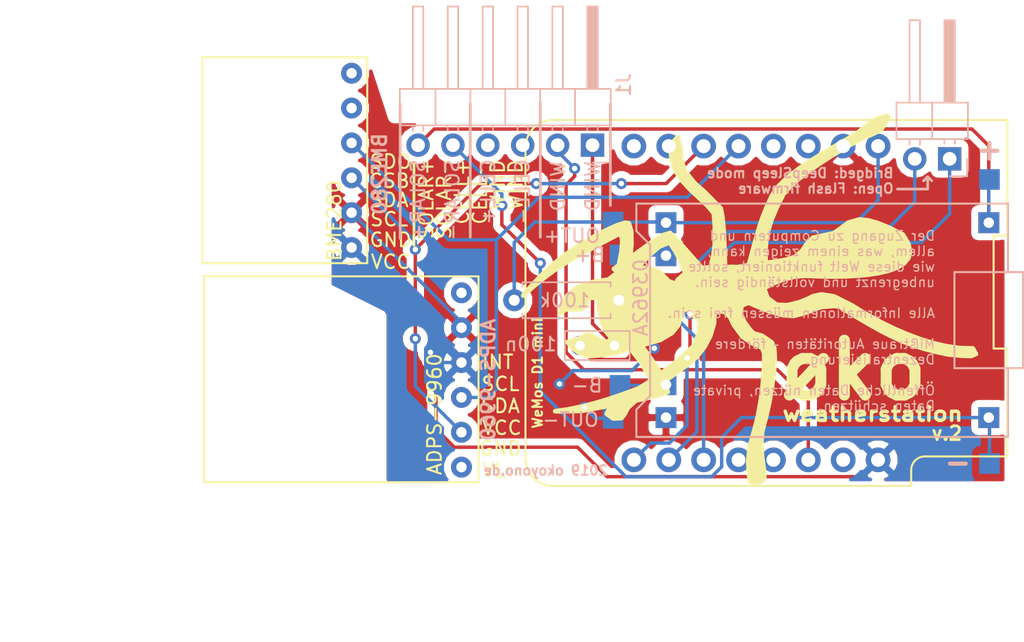
<source format=kicad_pcb>
(kicad_pcb (version 20171130) (host pcbnew 5.0.1)

  (general
    (thickness 1.6)
    (drawings 44)
    (tracks 125)
    (zones 0)
    (modules 15)
    (nets 28)
  )

  (page A4)
  (layers
    (0 F.Cu signal)
    (31 B.Cu signal)
    (32 B.Adhes user)
    (33 F.Adhes user)
    (34 B.Paste user)
    (35 F.Paste user)
    (36 B.SilkS user)
    (37 F.SilkS user)
    (38 B.Mask user)
    (39 F.Mask user)
    (40 Dwgs.User user)
    (41 Cmts.User user)
    (42 Eco1.User user)
    (43 Eco2.User user)
    (44 Edge.Cuts user)
    (45 Margin user)
    (46 B.CrtYd user)
    (47 F.CrtYd user)
    (48 B.Fab user hide)
    (49 F.Fab user)
  )

  (setup
    (last_trace_width 0.25)
    (trace_clearance 0.2)
    (zone_clearance 0.508)
    (zone_45_only no)
    (trace_min 0.2)
    (segment_width 0.2)
    (edge_width 0.001)
    (via_size 0.8)
    (via_drill 0.4)
    (via_min_size 0.4)
    (via_min_drill 0.3)
    (uvia_size 0.3)
    (uvia_drill 0.1)
    (uvias_allowed no)
    (uvia_min_size 0.2)
    (uvia_min_drill 0.1)
    (pcb_text_width 0.3)
    (pcb_text_size 1.5 1.5)
    (mod_edge_width 0.15)
    (mod_text_size 1 1)
    (mod_text_width 0.15)
    (pad_size 1.5 1.5)
    (pad_drill 0.6)
    (pad_to_mask_clearance 0)
    (solder_mask_min_width 0.25)
    (aux_axis_origin 0 0)
    (visible_elements FFFFFF7F)
    (pcbplotparams
      (layerselection 0x010fc_ffffffff)
      (usegerberextensions false)
      (usegerberattributes false)
      (usegerberadvancedattributes false)
      (creategerberjobfile false)
      (excludeedgelayer true)
      (linewidth 0.100000)
      (plotframeref false)
      (viasonmask false)
      (mode 1)
      (useauxorigin false)
      (hpglpennumber 1)
      (hpglpenspeed 20)
      (hpglpendiameter 15.000000)
      (psnegative false)
      (psa4output false)
      (plotreference true)
      (plotvalue true)
      (plotinvisibletext false)
      (padsonsilk false)
      (subtractmaskfromsilk false)
      (outputformat 1)
      (mirror false)
      (drillshape 1)
      (scaleselection 1)
      (outputdirectory ""))
  )

  (net 0 "")
  (net 1 "Net-(100K1-Pad2)")
  (net 2 5V)
  (net 3 "Net-(100n1-Pad2)")
  (net 4 GND)
  (net 5 "Net-(U2-Pad1)")
  (net 6 SCL)
  (net 7 SDA)
  (net 8 3V3)
  (net 9 "Net-(U2-Pad6)")
  (net 10 "Net-(U3-Pad5)")
  (net 11 "Net-(U3-Pad6)")
  (net 12 "Net-(U4-Pad15)")
  (net 13 "Net-(U4-Pad3)")
  (net 14 "Net-(U4-Pad13)")
  (net 15 "Net-(U4-Pad4)")
  (net 16 "Net-(U4-Pad12)")
  (net 17 "Net-(U4-Pad7)")
  (net 18 "Net-(U4-Pad8)")
  (net 19 VCC_SOLAR)
  (net 20 GND_SOLAR)
  (net 21 VCC_CELL)
  (net 22 GND_CELL)
  (net 23 ANEMOMETER)
  (net 24 "Net-(JP1-Pad2)")
  (net 25 "Net-(JP1-Pad1)")
  (net 26 VCC_BAT)
  (net 27 GND_BAT)

  (net_class Default "This is the default net class."
    (clearance 0.2)
    (trace_width 0.25)
    (via_dia 0.8)
    (via_drill 0.4)
    (uvia_dia 0.3)
    (uvia_drill 0.1)
    (add_net 3V3)
    (add_net 5V)
    (add_net ANEMOMETER)
    (add_net GND)
    (add_net GND_BAT)
    (add_net GND_CELL)
    (add_net GND_SOLAR)
    (add_net "Net-(100K1-Pad2)")
    (add_net "Net-(100n1-Pad2)")
    (add_net "Net-(JP1-Pad1)")
    (add_net "Net-(JP1-Pad2)")
    (add_net "Net-(U2-Pad1)")
    (add_net "Net-(U2-Pad6)")
    (add_net "Net-(U3-Pad5)")
    (add_net "Net-(U3-Pad6)")
    (add_net "Net-(U4-Pad12)")
    (add_net "Net-(U4-Pad13)")
    (add_net "Net-(U4-Pad15)")
    (add_net "Net-(U4-Pad3)")
    (add_net "Net-(U4-Pad4)")
    (add_net "Net-(U4-Pad7)")
    (add_net "Net-(U4-Pad8)")
    (add_net SCL)
    (add_net SDA)
    (add_net VCC_BAT)
    (add_net VCC_CELL)
    (add_net VCC_SOLAR)
  )

  (module Pin_Headers:Pin_Header_Angled_1x02_Pitch2.54mm (layer B.Cu) (tedit 59650532) (tstamp 5C37DA77)
    (at 173.5 89.5 90)
    (descr "Through hole angled pin header, 1x02, 2.54mm pitch, 6mm pin length, single row")
    (tags "Through hole angled pin header THT 1x02 2.54mm single row")
    (path /5C3808D5)
    (fp_text reference JP1 (at 4.385 2.27 90) (layer B.SilkS) hide
      (effects (font (size 1 1) (thickness 0.15)) (justify mirror))
    )
    (fp_text value Jumper (at 4.385 -4.81 90) (layer B.Fab)
      (effects (font (size 1 1) (thickness 0.15)) (justify mirror))
    )
    (fp_line (start 2.135 1.27) (end 4.04 1.27) (layer B.Fab) (width 0.1))
    (fp_line (start 4.04 1.27) (end 4.04 -3.81) (layer B.Fab) (width 0.1))
    (fp_line (start 4.04 -3.81) (end 1.5 -3.81) (layer B.Fab) (width 0.1))
    (fp_line (start 1.5 -3.81) (end 1.5 0.635) (layer B.Fab) (width 0.1))
    (fp_line (start 1.5 0.635) (end 2.135 1.27) (layer B.Fab) (width 0.1))
    (fp_line (start -0.32 0.32) (end 1.5 0.32) (layer B.Fab) (width 0.1))
    (fp_line (start -0.32 0.32) (end -0.32 -0.32) (layer B.Fab) (width 0.1))
    (fp_line (start -0.32 -0.32) (end 1.5 -0.32) (layer B.Fab) (width 0.1))
    (fp_line (start 4.04 0.32) (end 10.04 0.32) (layer B.Fab) (width 0.1))
    (fp_line (start 10.04 0.32) (end 10.04 -0.32) (layer B.Fab) (width 0.1))
    (fp_line (start 4.04 -0.32) (end 10.04 -0.32) (layer B.Fab) (width 0.1))
    (fp_line (start -0.32 -2.22) (end 1.5 -2.22) (layer B.Fab) (width 0.1))
    (fp_line (start -0.32 -2.22) (end -0.32 -2.86) (layer B.Fab) (width 0.1))
    (fp_line (start -0.32 -2.86) (end 1.5 -2.86) (layer B.Fab) (width 0.1))
    (fp_line (start 4.04 -2.22) (end 10.04 -2.22) (layer B.Fab) (width 0.1))
    (fp_line (start 10.04 -2.22) (end 10.04 -2.86) (layer B.Fab) (width 0.1))
    (fp_line (start 4.04 -2.86) (end 10.04 -2.86) (layer B.Fab) (width 0.1))
    (fp_line (start 1.44 1.33) (end 1.44 -3.87) (layer B.SilkS) (width 0.12))
    (fp_line (start 1.44 -3.87) (end 4.1 -3.87) (layer B.SilkS) (width 0.12))
    (fp_line (start 4.1 -3.87) (end 4.1 1.33) (layer B.SilkS) (width 0.12))
    (fp_line (start 4.1 1.33) (end 1.44 1.33) (layer B.SilkS) (width 0.12))
    (fp_line (start 4.1 0.38) (end 10.1 0.38) (layer B.SilkS) (width 0.12))
    (fp_line (start 10.1 0.38) (end 10.1 -0.38) (layer B.SilkS) (width 0.12))
    (fp_line (start 10.1 -0.38) (end 4.1 -0.38) (layer B.SilkS) (width 0.12))
    (fp_line (start 4.1 0.32) (end 10.1 0.32) (layer B.SilkS) (width 0.12))
    (fp_line (start 4.1 0.2) (end 10.1 0.2) (layer B.SilkS) (width 0.12))
    (fp_line (start 4.1 0.08) (end 10.1 0.08) (layer B.SilkS) (width 0.12))
    (fp_line (start 4.1 -0.04) (end 10.1 -0.04) (layer B.SilkS) (width 0.12))
    (fp_line (start 4.1 -0.16) (end 10.1 -0.16) (layer B.SilkS) (width 0.12))
    (fp_line (start 4.1 -0.28) (end 10.1 -0.28) (layer B.SilkS) (width 0.12))
    (fp_line (start 1.11 0.38) (end 1.44 0.38) (layer B.SilkS) (width 0.12))
    (fp_line (start 1.11 -0.38) (end 1.44 -0.38) (layer B.SilkS) (width 0.12))
    (fp_line (start 1.44 -1.27) (end 4.1 -1.27) (layer B.SilkS) (width 0.12))
    (fp_line (start 4.1 -2.16) (end 10.1 -2.16) (layer B.SilkS) (width 0.12))
    (fp_line (start 10.1 -2.16) (end 10.1 -2.92) (layer B.SilkS) (width 0.12))
    (fp_line (start 10.1 -2.92) (end 4.1 -2.92) (layer B.SilkS) (width 0.12))
    (fp_line (start 1.042929 -2.16) (end 1.44 -2.16) (layer B.SilkS) (width 0.12))
    (fp_line (start 1.042929 -2.92) (end 1.44 -2.92) (layer B.SilkS) (width 0.12))
    (fp_line (start -1.27 0) (end -1.27 1.27) (layer B.SilkS) (width 0.12))
    (fp_line (start -1.27 1.27) (end 0 1.27) (layer B.SilkS) (width 0.12))
    (fp_line (start -1.8 1.8) (end -1.8 -4.35) (layer B.CrtYd) (width 0.05))
    (fp_line (start -1.8 -4.35) (end 10.55 -4.35) (layer B.CrtYd) (width 0.05))
    (fp_line (start 10.55 -4.35) (end 10.55 1.8) (layer B.CrtYd) (width 0.05))
    (fp_line (start 10.55 1.8) (end -1.8 1.8) (layer B.CrtYd) (width 0.05))
    (fp_text user %R (at 2.77 -1.27) (layer B.Fab)
      (effects (font (size 1 1) (thickness 0.15)) (justify mirror))
    )
    (pad 1 thru_hole rect (at 0 0 90) (size 1.7 1.7) (drill 1) (layers *.Cu *.Mask)
      (net 25 "Net-(JP1-Pad1)"))
    (pad 2 thru_hole oval (at 0 -2.54 90) (size 1.7 1.7) (drill 1) (layers *.Cu *.Mask)
      (net 24 "Net-(JP1-Pad2)"))
    (model ${KISYS3DMOD}/Pin_Headers.3dshapes/Pin_Header_Angled_1x02_Pitch2.54mm.wrl
      (at (xyz 0 0 0))
      (scale (xyz 1 1 1))
      (rotate (xyz 0 0 0))
    )
  )

  (module Capacitors_ThroughHole:C_Rect_L4.6mm_W2.0mm_P2.50mm_MKS02_FKP02 (layer B.Cu) (tedit 5C391C4D) (tstamp 5C37BB2B)
    (at 146.6 103.1)
    (descr "C, Rect series, Radial, pin pitch=2.50mm, , length*width=4.6*2mm^2, Capacitor, http://www.wima.de/DE/WIMA_MKS_02.pdf")
    (tags "C Rect series Radial pin pitch 2.50mm  length 4.6mm width 2mm Capacitor")
    (path /5C36B0BF)
    (fp_text reference 100n (at -3.6 -0.1) (layer B.SilkS)
      (effects (font (size 1 1) (thickness 0.15)) (justify mirror))
    )
    (fp_text value C (at 1.25 -2.31) (layer B.Fab)
      (effects (font (size 1 1) (thickness 0.15)) (justify mirror))
    )
    (fp_text user %R (at 1.25 0) (layer B.Fab)
      (effects (font (size 1 1) (thickness 0.15)) (justify mirror))
    )
    (fp_line (start 3.9 1.35) (end -1.4 1.35) (layer B.CrtYd) (width 0.05))
    (fp_line (start 3.9 -1.35) (end 3.9 1.35) (layer B.CrtYd) (width 0.05))
    (fp_line (start -1.4 -1.35) (end 3.9 -1.35) (layer B.CrtYd) (width 0.05))
    (fp_line (start -1.4 1.35) (end -1.4 -1.35) (layer B.CrtYd) (width 0.05))
    (fp_line (start 3.61 1.06) (end 3.61 -1.06) (layer B.SilkS) (width 0.12))
    (fp_line (start -1.11 1.06) (end -1.11 -1.06) (layer B.SilkS) (width 0.12))
    (fp_line (start -1.11 -1.06) (end 3.61 -1.06) (layer B.SilkS) (width 0.12))
    (fp_line (start -1.11 1.06) (end 3.61 1.06) (layer B.SilkS) (width 0.12))
    (fp_line (start 3.55 1) (end -1.05 1) (layer B.Fab) (width 0.1))
    (fp_line (start 3.55 -1) (end 3.55 1) (layer B.Fab) (width 0.1))
    (fp_line (start -1.05 -1) (end 3.55 -1) (layer B.Fab) (width 0.1))
    (fp_line (start -1.05 1) (end -1.05 -1) (layer B.Fab) (width 0.1))
    (pad 2 thru_hole circle (at 2.5 0) (size 1.4 1.4) (drill 0.7) (layers *.Cu *.Mask)
      (net 3 "Net-(100n1-Pad2)"))
    (pad 1 thru_hole circle (at 0 0) (size 1.4 1.4) (drill 0.7) (layers *.Cu *.Mask)
      (net 4 GND))
    (model ${KISYS3DMOD}/Capacitors_THT.3dshapes/C_Rect_L4.6mm_W2.0mm_P2.50mm_MKS02_FKP02.wrl
      (at (xyz 0 0 0))
      (scale (xyz 1 1 1))
      (rotate (xyz 0 0 0))
    )
  )

  (module Pin_Headers:Pin_Header_Angled_1x06_Pitch2.54mm (layer B.Cu) (tedit 59650532) (tstamp 5C37DA44)
    (at 147.5 88.5 90)
    (descr "Through hole angled pin header, 1x06, 2.54mm pitch, 6mm pin length, single row")
    (tags "Through hole angled pin header THT 1x06 2.54mm single row")
    (path /5C389FC7)
    (fp_text reference J1 (at 4.385 2.27 90) (layer B.SilkS)
      (effects (font (size 1 1) (thickness 0.15)) (justify mirror))
    )
    (fp_text value Conn_01x06 (at 4.385 -14.97 90) (layer B.Fab)
      (effects (font (size 1 1) (thickness 0.15)) (justify mirror))
    )
    (fp_text user %R (at 2.77 -6.35) (layer B.Fab)
      (effects (font (size 1 1) (thickness 0.15)) (justify mirror))
    )
    (fp_line (start 10.55 1.8) (end -1.8 1.8) (layer B.CrtYd) (width 0.05))
    (fp_line (start 10.55 -14.5) (end 10.55 1.8) (layer B.CrtYd) (width 0.05))
    (fp_line (start -1.8 -14.5) (end 10.55 -14.5) (layer B.CrtYd) (width 0.05))
    (fp_line (start -1.8 1.8) (end -1.8 -14.5) (layer B.CrtYd) (width 0.05))
    (fp_line (start -1.27 1.27) (end 0 1.27) (layer B.SilkS) (width 0.12))
    (fp_line (start -1.27 0) (end -1.27 1.27) (layer B.SilkS) (width 0.12))
    (fp_line (start 1.042929 -13.08) (end 1.44 -13.08) (layer B.SilkS) (width 0.12))
    (fp_line (start 1.042929 -12.32) (end 1.44 -12.32) (layer B.SilkS) (width 0.12))
    (fp_line (start 10.1 -13.08) (end 4.1 -13.08) (layer B.SilkS) (width 0.12))
    (fp_line (start 10.1 -12.32) (end 10.1 -13.08) (layer B.SilkS) (width 0.12))
    (fp_line (start 4.1 -12.32) (end 10.1 -12.32) (layer B.SilkS) (width 0.12))
    (fp_line (start 1.44 -11.43) (end 4.1 -11.43) (layer B.SilkS) (width 0.12))
    (fp_line (start 1.042929 -10.54) (end 1.44 -10.54) (layer B.SilkS) (width 0.12))
    (fp_line (start 1.042929 -9.78) (end 1.44 -9.78) (layer B.SilkS) (width 0.12))
    (fp_line (start 10.1 -10.54) (end 4.1 -10.54) (layer B.SilkS) (width 0.12))
    (fp_line (start 10.1 -9.78) (end 10.1 -10.54) (layer B.SilkS) (width 0.12))
    (fp_line (start 4.1 -9.78) (end 10.1 -9.78) (layer B.SilkS) (width 0.12))
    (fp_line (start 1.44 -8.89) (end 4.1 -8.89) (layer B.SilkS) (width 0.12))
    (fp_line (start 1.042929 -8) (end 1.44 -8) (layer B.SilkS) (width 0.12))
    (fp_line (start 1.042929 -7.24) (end 1.44 -7.24) (layer B.SilkS) (width 0.12))
    (fp_line (start 10.1 -8) (end 4.1 -8) (layer B.SilkS) (width 0.12))
    (fp_line (start 10.1 -7.24) (end 10.1 -8) (layer B.SilkS) (width 0.12))
    (fp_line (start 4.1 -7.24) (end 10.1 -7.24) (layer B.SilkS) (width 0.12))
    (fp_line (start 1.44 -6.35) (end 4.1 -6.35) (layer B.SilkS) (width 0.12))
    (fp_line (start 1.042929 -5.46) (end 1.44 -5.46) (layer B.SilkS) (width 0.12))
    (fp_line (start 1.042929 -4.7) (end 1.44 -4.7) (layer B.SilkS) (width 0.12))
    (fp_line (start 10.1 -5.46) (end 4.1 -5.46) (layer B.SilkS) (width 0.12))
    (fp_line (start 10.1 -4.7) (end 10.1 -5.46) (layer B.SilkS) (width 0.12))
    (fp_line (start 4.1 -4.7) (end 10.1 -4.7) (layer B.SilkS) (width 0.12))
    (fp_line (start 1.44 -3.81) (end 4.1 -3.81) (layer B.SilkS) (width 0.12))
    (fp_line (start 1.042929 -2.92) (end 1.44 -2.92) (layer B.SilkS) (width 0.12))
    (fp_line (start 1.042929 -2.16) (end 1.44 -2.16) (layer B.SilkS) (width 0.12))
    (fp_line (start 10.1 -2.92) (end 4.1 -2.92) (layer B.SilkS) (width 0.12))
    (fp_line (start 10.1 -2.16) (end 10.1 -2.92) (layer B.SilkS) (width 0.12))
    (fp_line (start 4.1 -2.16) (end 10.1 -2.16) (layer B.SilkS) (width 0.12))
    (fp_line (start 1.44 -1.27) (end 4.1 -1.27) (layer B.SilkS) (width 0.12))
    (fp_line (start 1.11 -0.38) (end 1.44 -0.38) (layer B.SilkS) (width 0.12))
    (fp_line (start 1.11 0.38) (end 1.44 0.38) (layer B.SilkS) (width 0.12))
    (fp_line (start 4.1 -0.28) (end 10.1 -0.28) (layer B.SilkS) (width 0.12))
    (fp_line (start 4.1 -0.16) (end 10.1 -0.16) (layer B.SilkS) (width 0.12))
    (fp_line (start 4.1 -0.04) (end 10.1 -0.04) (layer B.SilkS) (width 0.12))
    (fp_line (start 4.1 0.08) (end 10.1 0.08) (layer B.SilkS) (width 0.12))
    (fp_line (start 4.1 0.2) (end 10.1 0.2) (layer B.SilkS) (width 0.12))
    (fp_line (start 4.1 0.32) (end 10.1 0.32) (layer B.SilkS) (width 0.12))
    (fp_line (start 10.1 -0.38) (end 4.1 -0.38) (layer B.SilkS) (width 0.12))
    (fp_line (start 10.1 0.38) (end 10.1 -0.38) (layer B.SilkS) (width 0.12))
    (fp_line (start 4.1 0.38) (end 10.1 0.38) (layer B.SilkS) (width 0.12))
    (fp_line (start 4.1 1.33) (end 1.44 1.33) (layer B.SilkS) (width 0.12))
    (fp_line (start 4.1 -14.03) (end 4.1 1.33) (layer B.SilkS) (width 0.12))
    (fp_line (start 1.44 -14.03) (end 4.1 -14.03) (layer B.SilkS) (width 0.12))
    (fp_line (start 1.44 1.33) (end 1.44 -14.03) (layer B.SilkS) (width 0.12))
    (fp_line (start 4.04 -13.02) (end 10.04 -13.02) (layer B.Fab) (width 0.1))
    (fp_line (start 10.04 -12.38) (end 10.04 -13.02) (layer B.Fab) (width 0.1))
    (fp_line (start 4.04 -12.38) (end 10.04 -12.38) (layer B.Fab) (width 0.1))
    (fp_line (start -0.32 -13.02) (end 1.5 -13.02) (layer B.Fab) (width 0.1))
    (fp_line (start -0.32 -12.38) (end -0.32 -13.02) (layer B.Fab) (width 0.1))
    (fp_line (start -0.32 -12.38) (end 1.5 -12.38) (layer B.Fab) (width 0.1))
    (fp_line (start 4.04 -10.48) (end 10.04 -10.48) (layer B.Fab) (width 0.1))
    (fp_line (start 10.04 -9.84) (end 10.04 -10.48) (layer B.Fab) (width 0.1))
    (fp_line (start 4.04 -9.84) (end 10.04 -9.84) (layer B.Fab) (width 0.1))
    (fp_line (start -0.32 -10.48) (end 1.5 -10.48) (layer B.Fab) (width 0.1))
    (fp_line (start -0.32 -9.84) (end -0.32 -10.48) (layer B.Fab) (width 0.1))
    (fp_line (start -0.32 -9.84) (end 1.5 -9.84) (layer B.Fab) (width 0.1))
    (fp_line (start 4.04 -7.94) (end 10.04 -7.94) (layer B.Fab) (width 0.1))
    (fp_line (start 10.04 -7.3) (end 10.04 -7.94) (layer B.Fab) (width 0.1))
    (fp_line (start 4.04 -7.3) (end 10.04 -7.3) (layer B.Fab) (width 0.1))
    (fp_line (start -0.32 -7.94) (end 1.5 -7.94) (layer B.Fab) (width 0.1))
    (fp_line (start -0.32 -7.3) (end -0.32 -7.94) (layer B.Fab) (width 0.1))
    (fp_line (start -0.32 -7.3) (end 1.5 -7.3) (layer B.Fab) (width 0.1))
    (fp_line (start 4.04 -5.4) (end 10.04 -5.4) (layer B.Fab) (width 0.1))
    (fp_line (start 10.04 -4.76) (end 10.04 -5.4) (layer B.Fab) (width 0.1))
    (fp_line (start 4.04 -4.76) (end 10.04 -4.76) (layer B.Fab) (width 0.1))
    (fp_line (start -0.32 -5.4) (end 1.5 -5.4) (layer B.Fab) (width 0.1))
    (fp_line (start -0.32 -4.76) (end -0.32 -5.4) (layer B.Fab) (width 0.1))
    (fp_line (start -0.32 -4.76) (end 1.5 -4.76) (layer B.Fab) (width 0.1))
    (fp_line (start 4.04 -2.86) (end 10.04 -2.86) (layer B.Fab) (width 0.1))
    (fp_line (start 10.04 -2.22) (end 10.04 -2.86) (layer B.Fab) (width 0.1))
    (fp_line (start 4.04 -2.22) (end 10.04 -2.22) (layer B.Fab) (width 0.1))
    (fp_line (start -0.32 -2.86) (end 1.5 -2.86) (layer B.Fab) (width 0.1))
    (fp_line (start -0.32 -2.22) (end -0.32 -2.86) (layer B.Fab) (width 0.1))
    (fp_line (start -0.32 -2.22) (end 1.5 -2.22) (layer B.Fab) (width 0.1))
    (fp_line (start 4.04 -0.32) (end 10.04 -0.32) (layer B.Fab) (width 0.1))
    (fp_line (start 10.04 0.32) (end 10.04 -0.32) (layer B.Fab) (width 0.1))
    (fp_line (start 4.04 0.32) (end 10.04 0.32) (layer B.Fab) (width 0.1))
    (fp_line (start -0.32 -0.32) (end 1.5 -0.32) (layer B.Fab) (width 0.1))
    (fp_line (start -0.32 0.32) (end -0.32 -0.32) (layer B.Fab) (width 0.1))
    (fp_line (start -0.32 0.32) (end 1.5 0.32) (layer B.Fab) (width 0.1))
    (fp_line (start 1.5 0.635) (end 2.135 1.27) (layer B.Fab) (width 0.1))
    (fp_line (start 1.5 -13.97) (end 1.5 0.635) (layer B.Fab) (width 0.1))
    (fp_line (start 4.04 -13.97) (end 1.5 -13.97) (layer B.Fab) (width 0.1))
    (fp_line (start 4.04 1.27) (end 4.04 -13.97) (layer B.Fab) (width 0.1))
    (fp_line (start 2.135 1.27) (end 4.04 1.27) (layer B.Fab) (width 0.1))
    (pad 6 thru_hole oval (at 0 -12.7 90) (size 1.7 1.7) (drill 1) (layers *.Cu *.Mask)
      (net 19 VCC_SOLAR))
    (pad 5 thru_hole oval (at 0 -10.16 90) (size 1.7 1.7) (drill 1) (layers *.Cu *.Mask)
      (net 20 GND_SOLAR))
    (pad 4 thru_hole oval (at 0 -7.62 90) (size 1.7 1.7) (drill 1) (layers *.Cu *.Mask)
      (net 21 VCC_CELL))
    (pad 3 thru_hole oval (at 0 -5.08 90) (size 1.7 1.7) (drill 1) (layers *.Cu *.Mask)
      (net 22 GND_CELL))
    (pad 2 thru_hole oval (at 0 -2.54 90) (size 1.7 1.7) (drill 1) (layers *.Cu *.Mask)
      (net 23 ANEMOMETER))
    (pad 1 thru_hole rect (at 0 0 90) (size 1.7 1.7) (drill 1) (layers *.Cu *.Mask)
      (net 3 "Net-(100n1-Pad2)"))
    (model ${KISYS3DMOD}/Pin_Headers.3dshapes/Pin_Header_Angled_1x06_Pitch2.54mm.wrl
      (at (xyz 0 0 0))
      (scale (xyz 1 1 1))
      (rotate (xyz 0 0 0))
    )
  )

  (module oko:03962A (layer B.Cu) (tedit 5C39021A) (tstamp 5C37DA90)
    (at 177.75 92.75 180)
    (path /5C3666E0)
    (fp_text reference U1 (at 2.3 0.8 180) (layer B.SilkS) hide
      (effects (font (size 1 1) (thickness 0.15)) (justify mirror))
    )
    (fp_text value 03962A (at 5.75 -1.05 180) (layer B.Fab)
      (effects (font (size 1 1) (thickness 0.15)) (justify mirror))
    )
    (fp_line (start 27.056963 -17.011121) (end 0.056963 -17.011121) (layer B.SilkS) (width 0.15))
    (fp_line (start 0.056963 -0.011121) (end 27.056963 -0.011121) (layer B.SilkS) (width 0.15))
    (fp_line (start 27.056963 -0.011121) (end 27.056963 -2.011121) (layer B.SilkS) (width 0.15))
    (fp_line (start 27.056963 -2.011121) (end 26.056963 -3.011121) (layer B.SilkS) (width 0.15))
    (fp_line (start 26.056963 -3.011121) (end 26.056963 -14.011121) (layer B.SilkS) (width 0.15))
    (fp_line (start 26.056963 -14.011121) (end 27.056963 -15.011121) (layer B.SilkS) (width 0.15))
    (fp_line (start 27.056963 -15.011121) (end 27.056963 -17.011121) (layer B.SilkS) (width 0.15))
    (fp_line (start -1.1 -6) (end -1.1 -12) (layer B.SilkS) (width 0.15))
    (fp_line (start -1.1 -12) (end 3.9 -12) (layer B.SilkS) (width 0.15))
    (fp_line (start 3.9 -12) (end 3.9 -5) (layer B.SilkS) (width 0.15))
    (fp_line (start 3.9 -5) (end -1.1 -5) (layer B.SilkS) (width 0.15))
    (fp_line (start -1.1 -5) (end -1.1 -6) (layer B.SilkS) (width 0.15))
    (fp_line (start 0 0) (end 0 -5) (layer B.SilkS) (width 0.15))
    (fp_line (start 0 -12) (end 0 -17) (layer B.SilkS) (width 0.15))
    (fp_text user 03962A (at 26.75 -6.85 270) (layer B.SilkS)
      (effects (font (size 1 1) (thickness 0.15)) (justify mirror))
    )
    (pad 1 thru_hole rect (at 1.4 -1.4 180) (size 1.524 1.524) (drill 0.762) (layers *.Cu *.Mask)
      (net 19 VCC_SOLAR))
    (pad 2 thru_hole rect (at 24.9 -1.4 180) (size 1.524 1.524) (drill 0.762) (layers *.Cu *.Mask)
      (net 2 5V))
    (pad 3 thru_hole rect (at 24.9 -3.8 180) (size 1.524 1.524) (drill 0.762) (layers *.Cu *.Mask)
      (net 26 VCC_BAT))
    (pad 4 thru_hole rect (at 24.9 -13.2 180) (size 1.524 1.524) (drill 0.762) (layers *.Cu *.Mask)
      (net 27 GND_BAT))
    (pad 5 thru_hole rect (at 24.9 -15.6 180) (size 1.524 1.524) (drill 0.762) (layers *.Cu *.Mask)
      (net 4 GND))
    (pad 6 thru_hole rect (at 1.4 -15.6 180) (size 1.524 1.524) (drill 0.762) (layers *.Cu *.Mask)
      (net 20 GND_SOLAR))
  )

  (module oko:APDS-9960 (layer F.Cu) (tedit 5C390407) (tstamp 5C37DAA5)
    (at 140.5 114.5 180)
    (path /5C366782)
    (fp_text reference U2 (at 12.7 15.24 180) (layer F.SilkS) hide
      (effects (font (size 1 1) (thickness 0.15)))
    )
    (fp_text value APDS-9900 (at 7.62 17.78 180) (layer F.Fab) hide
      (effects (font (size 1 1) (thickness 0.15)))
    )
    (fp_line (start 1.3 1.44) (end 1.3 16.44) (layer F.SilkS) (width 0.15))
    (fp_line (start 1.3 1.44) (end 21.3 1.44) (layer F.SilkS) (width 0.15))
    (fp_line (start 21.3 1.44) (end 21.3 16.44) (layer F.SilkS) (width 0.15))
    (fp_line (start 21.3 16.44) (end 1.3 16.44) (layer F.SilkS) (width 0.15))
    (fp_text user "VL " (at -0.2 2.3 180) (layer F.SilkS)
      (effects (font (size 1 1) (thickness 0.15)))
    )
    (fp_text user GND (at -0.3 3.9 180) (layer F.SilkS)
      (effects (font (size 1 1) (thickness 0.15)))
    )
    (fp_text user VCC (at -0.4 5.4 180) (layer F.SilkS)
      (effects (font (size 1 1) (thickness 0.15)))
    )
    (fp_text user SDA (at -0.3 7 180) (layer F.SilkS)
      (effects (font (size 1 1) (thickness 0.15)))
    )
    (fp_text user SCL (at -0.3 8.6 180) (layer F.SilkS)
      (effects (font (size 1 1) (thickness 0.15)))
    )
    (fp_text user INT (at -0.1 10.2 180) (layer F.SilkS)
      (effects (font (size 1 1) (thickness 0.15)))
    )
    (fp_text user ADPS-9960 (at 4.5 6.4 270) (layer F.SilkS)
      (effects (font (size 1 1) (thickness 0.15)))
    )
    (pad 1 thru_hole circle (at 2.54 2.54 180) (size 1.524 1.524) (drill 0.762) (layers *.Cu *.Mask)
      (net 5 "Net-(U2-Pad1)"))
    (pad 2 thru_hole circle (at 2.54 5.08 180) (size 1.524 1.524) (drill 0.762) (layers *.Cu *.Mask)
      (net 6 SCL))
    (pad 3 thru_hole circle (at 2.54 7.62 180) (size 1.524 1.524) (drill 0.762) (layers *.Cu *.Mask)
      (net 7 SDA))
    (pad 4 thru_hole circle (at 2.54 10.16 180) (size 1.524 1.524) (drill 0.762) (layers *.Cu *.Mask)
      (net 8 3V3))
    (pad 5 thru_hole circle (at 2.54 12.7 180) (size 1.524 1.524) (drill 0.762) (layers *.Cu *.Mask)
      (net 4 GND))
    (pad 6 thru_hole circle (at 2.54 15.24 180) (size 1.524 1.524) (drill 0.762) (layers *.Cu *.Mask)
      (net 9 "Net-(U2-Pad6)"))
  )

  (module oko:GY-BME280 (layer F.Cu) (tedit 5C39040C) (tstamp 5C37DABA)
    (at 132.5 98.5 180)
    (path /5C36680F)
    (fp_text reference U3 (at 3.2 17.4 180) (layer F.SilkS) hide
      (effects (font (size 1 1) (thickness 0.15)))
    )
    (fp_text value GY-BME280 (at 9.2 0.4 180) (layer F.Fab) hide
      (effects (font (size 1 1) (thickness 0.15)))
    )
    (fp_line (start 1.4 1.4) (end 1.4 16.4) (layer F.SilkS) (width 0.15))
    (fp_line (start 1.4 1.4) (end 13.4 1.4) (layer F.SilkS) (width 0.15))
    (fp_line (start 1.4 16.4) (end 13.4 16.4) (layer F.SilkS) (width 0.15))
    (fp_line (start 13.4 1.4) (end 13.4 16.4) (layer F.SilkS) (width 0.15))
    (fp_text user BME280 (at 3.8 4.5 270) (layer F.SilkS)
      (effects (font (size 1 1) (thickness 0.15)))
    )
    (fp_text user VCC (at -0.3 1.5 180) (layer F.SilkS)
      (effects (font (size 1 1) (thickness 0.15)))
    )
    (fp_text user GND (at -0.3 3.1 180) (layer F.SilkS)
      (effects (font (size 1 1) (thickness 0.15)))
    )
    (fp_text user SCL (at -0.2 4.6 180) (layer F.SilkS)
      (effects (font (size 1 1) (thickness 0.15)))
    )
    (fp_text user SDA (at -0.2 6 180) (layer F.SilkS)
      (effects (font (size 1 1) (thickness 0.15)))
    )
    (fp_text user CSB (at -0.2 7.4 180) (layer F.SilkS)
      (effects (font (size 1 1) (thickness 0.15)))
    )
    (fp_text user SDO (at -0.3 8.8 180) (layer F.SilkS)
      (effects (font (size 1 1) (thickness 0.15)))
    )
    (pad 1 thru_hole circle (at 2.54 2.54 180) (size 1.524 1.524) (drill 0.762) (layers *.Cu *.Mask)
      (net 8 3V3))
    (pad 2 thru_hole circle (at 2.54 5.08 180) (size 1.524 1.524) (drill 0.762) (layers *.Cu *.Mask)
      (net 4 GND))
    (pad 3 thru_hole circle (at 2.54 7.62 180) (size 1.524 1.524) (drill 0.762) (layers *.Cu *.Mask)
      (net 6 SCL))
    (pad 4 thru_hole circle (at 2.54 10.16 180) (size 1.524 1.524) (drill 0.762) (layers *.Cu *.Mask)
      (net 7 SDA))
    (pad 5 thru_hole circle (at 2.54 12.7 180) (size 1.524 1.524) (drill 0.762) (layers *.Cu *.Mask)
      (net 10 "Net-(U3-Pad5)"))
    (pad 6 thru_hole circle (at 2.54 15.24 180) (size 1.524 1.524) (drill 0.762) (layers *.Cu *.Mask)
      (net 11 "Net-(U3-Pad6)"))
  )

  (module oko:wemos-d1-mini-connectors-only (layer F.Cu) (tedit 5C3934BE) (tstamp 5C38D9A2)
    (at 159.4 100 180)
    (path /5C36643E)
    (fp_text reference U4 (at -19.3 0 270) (layer F.SilkS) hide
      (effects (font (size 1 1) (thickness 0.15)))
    )
    (fp_text value "WeMos D1 mini" (at 15.9 -5.1 90) (layer F.SilkS)
      (effects (font (size 0.7 0.7) (thickness 0.15)))
    )
    (fp_line (start -18.3 13.33) (end 14.78 13.33) (layer F.SilkS) (width 0.15))
    (fp_line (start 16.78 11.33) (end 16.78 -11.33) (layer F.SilkS) (width 0.15))
    (fp_line (start 14.78 -13.33) (end -11.3 -13.33) (layer F.SilkS) (width 0.15))
    (fp_line (start -18.3 -11.18) (end -18.3 -3.32) (layer F.SilkS) (width 0.15))
    (fp_line (start -18.3 -3.32) (end -17.3 -3.32) (layer F.SilkS) (width 0.15))
    (fp_line (start -17.3 -3.32) (end -17.3 4.9) (layer F.SilkS) (width 0.15))
    (fp_line (start -17.3 4.9) (end -18.3 4.9) (layer F.SilkS) (width 0.15))
    (fp_line (start -18.3 4.9) (end -18.3 13.329999) (layer F.SilkS) (width 0.15))
    (fp_line (start -11.48 -13.5) (end 14.85 -13.5) (layer F.CrtYd) (width 0.05))
    (fp_line (start 16.94 -11.5) (end 16.94 11.5) (layer F.CrtYd) (width 0.05))
    (fp_line (start 14.94 13.5) (end -18.46 13.5) (layer F.CrtYd) (width 0.05))
    (fp_line (start -18.46 13.5) (end -18.46 -11.33) (layer F.CrtYd) (width 0.05))
    (fp_arc (start 14.78 -11.33) (end 14.78 -13.33) (angle 90) (layer F.SilkS) (width 0.15))
    (fp_arc (start 14.78 11.33) (end 16.78 11.33) (angle 90) (layer F.SilkS) (width 0.15))
    (fp_arc (start 14.94 11.5) (end 16.94 11.5) (angle 90) (layer F.CrtYd) (width 0.05))
    (fp_arc (start 14.94 -11.5) (end 14.85 -13.5) (angle 92.57657183) (layer F.CrtYd) (width 0.05))
    (fp_line (start -18.3 -11.18) (end -12.3 -11.18) (layer F.SilkS) (width 0.15))
    (fp_arc (start -12.3 -12.18) (end -11.3 -12.18) (angle 90) (layer F.SilkS) (width 0.15))
    (fp_line (start -11.3 -12.17) (end -11.3 -13.33) (layer F.SilkS) (width 0.15))
    (fp_line (start -11.3 -13.33) (end -11.3 -13.33) (layer F.SilkS) (width 0.15))
    (fp_line (start -11.48 -13.5) (end -11.48 -12.33) (layer F.CrtYd) (width 0.05))
    (fp_line (start -18.46 -11.33) (end -12.48 -11.33) (layer F.CrtYd) (width 0.05))
    (fp_arc (start -12.48 -12.33) (end -11.48 -12.33) (angle 90) (layer F.CrtYd) (width 0.05))
    (pad 16 thru_hole circle (at -8.89 -11.43 180) (size 1.8 1.8) (drill 1.016) (layers *.Cu *.Mask)
      (net 8 3V3))
    (pad 1 thru_hole circle (at -8.89 11.43 180) (size 1.8 1.8) (drill 1.016) (layers *.Cu *.Mask)
      (net 2 5V))
    (pad 15 thru_hole circle (at -6.35 -11.43 180) (size 1.8 1.8) (drill 1.016) (layers *.Cu *.Mask)
      (net 12 "Net-(U4-Pad15)"))
    (pad 2 thru_hole circle (at -6.35 11.43 180) (size 1.8 1.8) (drill 1.016) (layers *.Cu *.Mask)
      (net 4 GND))
    (pad 14 thru_hole circle (at -3.81 -11.43 180) (size 1.8 1.8) (drill 1.016) (layers *.Cu *.Mask)
      (net 23 ANEMOMETER))
    (pad 3 thru_hole circle (at -3.81 11.43 180) (size 1.8 1.8) (drill 1.016) (layers *.Cu *.Mask)
      (net 13 "Net-(U4-Pad3)"))
    (pad 13 thru_hole circle (at -1.27 -11.43 180) (size 1.8 1.8) (drill 1.016) (layers *.Cu *.Mask)
      (net 14 "Net-(U4-Pad13)"))
    (pad 4 thru_hole circle (at -1.27 11.43 180) (size 1.8 1.8) (drill 1.016) (layers *.Cu *.Mask)
      (net 15 "Net-(U4-Pad4)"))
    (pad 12 thru_hole circle (at 1.27 -11.43 180) (size 1.8 1.8) (drill 1.016) (layers *.Cu *.Mask)
      (net 16 "Net-(U4-Pad12)"))
    (pad 5 thru_hole circle (at 1.27 11.43 180) (size 1.8 1.8) (drill 1.016) (layers *.Cu *.Mask)
      (net 7 SDA))
    (pad 11 thru_hole circle (at 3.81 -11.43 180) (size 1.8 1.8) (drill 1.016) (layers *.Cu *.Mask)
      (net 25 "Net-(JP1-Pad1)"))
    (pad 6 thru_hole circle (at 3.81 11.43 180) (size 1.8 1.8) (drill 1.016) (layers *.Cu *.Mask)
      (net 6 SCL))
    (pad 10 thru_hole circle (at 6.35 -11.43 180) (size 1.8 1.8) (drill 1.016) (layers *.Cu *.Mask)
      (net 1 "Net-(100K1-Pad2)"))
    (pad 7 thru_hole circle (at 6.35 11.43 180) (size 1.8 1.8) (drill 1.016) (layers *.Cu *.Mask)
      (net 17 "Net-(U4-Pad7)"))
    (pad 9 thru_hole circle (at 8.89 -11.43 180) (size 1.8 1.8) (drill 1.016) (layers *.Cu *.Mask)
      (net 24 "Net-(JP1-Pad2)"))
    (pad 8 thru_hole circle (at 8.89 11.43 180) (size 1.8 1.8) (drill 1.016) (layers *.Cu *.Mask)
      (net 18 "Net-(U4-Pad8)"))
    (model ${KIPRJMOD}/3dshapes/wemos_d1_mini.3dshapes/SLW-108-01-G-S.wrl
      (offset (xyz 0 -11.39999982878918 0))
      (scale (xyz 0.3937 0.3937 0.3937))
      (rotate (xyz -90 0 0))
    )
    (model ${KIPRJMOD}/3dshapes/wemos_d1_mini.3dshapes/SLW-108-01-G-S.wrl
      (offset (xyz 0 11.39999982878918 0))
      (scale (xyz 0.3937 0.3937 0.3937))
      (rotate (xyz -90 0 0))
    )
    (model ${KIPRJMOD}/3dshapes/wemos_d1_mini.3dshapes/TSW-108-05-G-S.wrl
      (offset (xyz 0 -11.39999982878918 7.299999890364999))
      (scale (xyz 0.3937 0.3937 0.3937))
      (rotate (xyz 90 0 0))
    )
    (model ${KIPRJMOD}/3dshapes/wemos_d1_mini.3dshapes/TSW-108-05-G-S.wrl
      (offset (xyz 0 11.39999982878918 7.299999890364999))
      (scale (xyz 0.3937 0.3937 0.3937))
      (rotate (xyz 90 0 0))
    )
  )

  (module Measurement_Points:Measurement_Point_Square-SMD-Pad_Small (layer B.Cu) (tedit 5C39021E) (tstamp 5C38D889)
    (at 176.4 91)
    (descr "Mesurement Point, Square, SMD Pad,  1.5mm x 1.5mm,")
    (tags "Mesurement Point Square SMD Pad 1.5x1.5mm")
    (path /5C38D2CB)
    (attr virtual)
    (fp_text reference J2 (at 0 2) (layer B.SilkS) hide
      (effects (font (size 1 1) (thickness 0.15)) (justify mirror))
    )
    (fp_text value VCC_SOLAR (at 0 -2) (layer B.Fab)
      (effects (font (size 1 1) (thickness 0.15)) (justify mirror))
    )
    (fp_line (start -1 -1) (end -1 1) (layer B.CrtYd) (width 0.05))
    (fp_line (start 1 -1) (end -1 -1) (layer B.CrtYd) (width 0.05))
    (fp_line (start 1 1) (end 1 -1) (layer B.CrtYd) (width 0.05))
    (fp_line (start -1 1) (end 1 1) (layer B.CrtYd) (width 0.05))
    (pad 1 smd rect (at 0 0) (size 1.5 1.5) (layers B.Cu B.Mask)
      (net 19 VCC_SOLAR))
  )

  (module Measurement_Points:Measurement_Point_Square-SMD-Pad_Small (layer B.Cu) (tedit 5C3901F5) (tstamp 5C38D892)
    (at 176.4 111.7)
    (descr "Mesurement Point, Square, SMD Pad,  1.5mm x 1.5mm,")
    (tags "Mesurement Point Square SMD Pad 1.5x1.5mm")
    (path /5C38D8BF)
    (attr virtual)
    (fp_text reference J3 (at 0 2) (layer B.SilkS) hide
      (effects (font (size 1 1) (thickness 0.15)) (justify mirror))
    )
    (fp_text value GND_SOLAR (at 7.5 -1.4) (layer B.Fab)
      (effects (font (size 1 1) (thickness 0.15)) (justify mirror))
    )
    (fp_line (start -1 1) (end 1 1) (layer B.CrtYd) (width 0.05))
    (fp_line (start 1 1) (end 1 -1) (layer B.CrtYd) (width 0.05))
    (fp_line (start 1 -1) (end -1 -1) (layer B.CrtYd) (width 0.05))
    (fp_line (start -1 -1) (end -1 1) (layer B.CrtYd) (width 0.05))
    (pad 1 smd rect (at 0 0) (size 1.5 1.5) (layers B.Cu B.Mask)
      (net 20 GND_SOLAR))
  )

  (module Measurement_Points:Measurement_Point_Square-SMD-Pad_Small (layer B.Cu) (tedit 5C3933B8) (tstamp 5C38D89B)
    (at 149.5 96.5)
    (descr "Mesurement Point, Square, SMD Pad,  1.5mm x 1.5mm,")
    (tags "Mesurement Point Square SMD Pad 1.5x1.5mm")
    (path /5C38D924)
    (attr virtual)
    (fp_text reference B+ (at -2.2 0) (layer B.SilkS)
      (effects (font (size 1 1) (thickness 0.15)) (justify mirror))
    )
    (fp_text value VCC_BAT (at 0 -2) (layer B.Fab)
      (effects (font (size 1 1) (thickness 0.15)) (justify mirror))
    )
    (fp_line (start -1 -1) (end -1 1) (layer B.CrtYd) (width 0.05))
    (fp_line (start 1 -1) (end -1 -1) (layer B.CrtYd) (width 0.05))
    (fp_line (start 1 1) (end 1 -1) (layer B.CrtYd) (width 0.05))
    (fp_line (start -1 1) (end 1 1) (layer B.CrtYd) (width 0.05))
    (pad 1 smd rect (at 0 0) (size 1.5 1.5) (layers B.Cu B.Mask)
      (net 26 VCC_BAT))
  )

  (module Measurement_Points:Measurement_Point_Square-SMD-Pad_Small (layer B.Cu) (tedit 5C3933B2) (tstamp 5C38D8A4)
    (at 149.5 106)
    (descr "Mesurement Point, Square, SMD Pad,  1.5mm x 1.5mm,")
    (tags "Mesurement Point Square SMD Pad 1.5x1.5mm")
    (path /5C38D96A)
    (attr virtual)
    (fp_text reference B- (at -2.4 0) (layer B.SilkS)
      (effects (font (size 1 1) (thickness 0.15)) (justify mirror))
    )
    (fp_text value GND_BAT (at 0 -2) (layer B.Fab)
      (effects (font (size 1 1) (thickness 0.15)) (justify mirror))
    )
    (fp_line (start -1 1) (end 1 1) (layer B.CrtYd) (width 0.05))
    (fp_line (start 1 1) (end 1 -1) (layer B.CrtYd) (width 0.05))
    (fp_line (start 1 -1) (end -1 -1) (layer B.CrtYd) (width 0.05))
    (fp_line (start -1 -1) (end -1 1) (layer B.CrtYd) (width 0.05))
    (pad 1 smd rect (at 0 0) (size 1.5 1.5) (layers B.Cu B.Mask)
      (net 27 GND_BAT))
  )

  (module Measurement_Points:Measurement_Point_Square-SMD-Pad_Small (layer B.Cu) (tedit 5C3933C6) (tstamp 5C38D8AD)
    (at 149 94.1)
    (descr "Mesurement Point, Square, SMD Pad,  1.5mm x 1.5mm,")
    (tags "Mesurement Point Square SMD Pad 1.5x1.5mm")
    (path /5C38D9A1)
    (attr virtual)
    (fp_text reference OUT+ (at -3 1) (layer B.SilkS)
      (effects (font (size 1 1) (thickness 0.15)) (justify mirror))
    )
    (fp_text value 5V (at 0 -2) (layer B.Fab)
      (effects (font (size 1 1) (thickness 0.15)) (justify mirror))
    )
    (fp_line (start -1 -1) (end -1 1) (layer B.CrtYd) (width 0.05))
    (fp_line (start 1 -1) (end -1 -1) (layer B.CrtYd) (width 0.05))
    (fp_line (start 1 1) (end 1 -1) (layer B.CrtYd) (width 0.05))
    (fp_line (start -1 1) (end 1 1) (layer B.CrtYd) (width 0.05))
    (pad 1 smd rect (at 0 0) (size 1.5 1.5) (layers B.Cu B.Mask)
      (net 2 5V))
  )

  (module Measurement_Points:Measurement_Point_Square-SMD-Pad_Small (layer B.Cu) (tedit 5C39339E) (tstamp 5C38D8B6)
    (at 149 108.4)
    (descr "Mesurement Point, Square, SMD Pad,  1.5mm x 1.5mm,")
    (tags "Mesurement Point Square SMD Pad 1.5x1.5mm")
    (path /5C38DB5F)
    (attr virtual)
    (fp_text reference OUT- (at -3.1 0.1) (layer B.SilkS)
      (effects (font (size 1 1) (thickness 0.15)) (justify mirror))
    )
    (fp_text value GND (at 0 -2) (layer B.Fab)
      (effects (font (size 1 1) (thickness 0.15)) (justify mirror))
    )
    (fp_line (start -1 1) (end 1 1) (layer B.CrtYd) (width 0.05))
    (fp_line (start 1 1) (end 1 -1) (layer B.CrtYd) (width 0.05))
    (fp_line (start 1 -1) (end -1 -1) (layer B.CrtYd) (width 0.05))
    (fp_line (start -1 -1) (end -1 1) (layer B.CrtYd) (width 0.05))
    (pad 1 smd rect (at 0 0) (size 1.5 1.5) (layers B.Cu B.Mask)
      (net 4 GND))
  )

  (module ant:ant (layer F.Cu) (tedit 5C3908AA) (tstamp 5C3960ED)
    (at 159.2 99.8)
    (descr "Imported from ant.svg")
    (tags svg2mod)
    (attr smd)
    (fp_text reference svg2mod (at 0 -16.47926) (layer F.SilkS) hide
      (effects (font (size 1.524 1.524) (thickness 0.3048)))
    )
    (fp_text value G*** (at 0 16.47926) (layer F.SilkS) hide
      (effects (font (size 1.524 1.524) (thickness 0.3048)))
    )
    (fp_poly (pts (xy 9.722176 -13.430868) (xy 9.013269 -13.233159) (xy 8.078872 -12.581828) (xy 7.656871 -12.249442)
      (xy 7.000661 -11.837849) (xy 6.175762 -11.35736) (xy 5.247695 -10.818284) (xy 4.281981 -10.230933)
      (xy 3.34414 -9.605615) (xy 2.499693 -8.952641) (xy 1.814161 -8.282321) (xy 1.353064 -7.604965)
      (xy 0.978555 -6.785137) (xy 0.686542 -6.048574) (xy 0.443437 -5.326439) (xy 0.215651 -4.549897)
      (xy -0.030405 -3.650112) (xy -0.32832 -2.558249) (xy -5.515097 -1.465832) (xy -5.634889 -1.180442)
      (xy -6.155269 -1.391724) (xy -6.858126 -2.086419) (xy -7.637667 -2.341034) (xy -8.397204 -2.362056)
      (xy -8.089313 -2.725043) (xy -7.523293 -3.329741) (xy -6.843526 -3.902506) (xy -6.194395 -4.16969)
      (xy -6.045715 -4.15404) (xy -5.671569 -3.579635) (xy -5.298614 -2.866928) (xy -4.934528 -1.982531)
      (xy -5.515097 -1.465832) (xy -0.32832 -2.558249) (xy -4.973655 0.658493) (xy -4.578479 0.752396)
      (xy -4.159921 1.314501) (xy -3.913333 1.253212) (xy -3.896067 1.607991) (xy -3.962271 2.408809)
      (xy -4.288946 3.260391) (xy -4.636152 3.645148) (xy -5.209552 4.158219) (xy -5.933996 4.743734)
      (xy -6.734337 5.345822) (xy -7.182773 4.634602) (xy -7.676265 3.923319) (xy -8.158534 3.287779)
      (xy -6.765864 2.890156) (xy -5.913305 2.381195) (xy -5.472916 1.842785) (xy -5.316755 1.356817)
      (xy -5.316882 1.005184) (xy -5.345355 0.869775) (xy -4.973655 0.658493) (xy -0.32832 -2.558249)
      (xy -1.121335 -2.414711) (xy -1.65586 -2.429032) (xy -2.052438 -2.391358) (xy -2.074026 -3.230892)
      (xy -2.104448 -4.191108) (xy -2.155227 -5.161753) (xy -2.237881 -6.032575) (xy -2.363932 -6.693323)
      (xy -3.075061 -7.421074) (xy -3.610929 -7.956757) (xy -4.218518 -8.481394) (xy -4.925312 -9.341115)
      (xy -5.215108 -10.121126) (xy -5.271015 -10.461184) (xy -5.247521 -10.936886) (xy -5.497947 -11.897119)
      (xy -6.030656 -11.291682) (xy -5.955725 -10.355543) (xy -5.692638 -9.489112) (xy -5.202427 -8.728631)
      (xy -4.580008 -8.053065) (xy -3.920296 -7.441383) (xy -3.318209 -6.872551) (xy -2.868661 -6.325536)
      (xy -2.805278 -5.574902) (xy -2.777344 -4.784992) (xy -2.804967 -3.977571) (xy -2.90826 -3.174405)
      (xy -3.107331 -2.397257) (xy -3.721614 -2.346393) (xy -4.376761 -3.073463) (xy -5.087282 -3.883393)
      (xy -5.697951 -4.56356) (xy -6.05354 -4.901339) (xy -6.56685 -4.74275) (xy -7.430915 -4.200304)
      (xy -8.331107 -3.553532) (xy -8.952797 -3.081967) (xy -8.865389 -4.117298) (xy -8.878887 -5.030323)
      (xy -9.054526 -5.609525) (xy -9.330712 -5.642097) (xy -9.881984 -5.472971) (xy -10.64317 -5.134487)
      (xy -11.549096 -4.658984) (xy -12.534592 -4.078802) (xy -13.534485 -3.426278) (xy -14.551277 -2.63512)
      (xy -15.433259 -1.809846) (xy -16.128072 -1.071053) (xy -16.583356 -0.539339) (xy -16.746752 -0.335302)
      (xy -16.560128 -0.507497) (xy -16.051188 -0.954868) (xy -15.296336 -1.573593) (xy -14.371973 -2.259848)
      (xy -13.354504 -2.909811) (xy -12.309629 -3.492526) (xy -11.34152 -4.008164) (xy -10.52728 -4.432381)
      (xy -9.944009 -4.74083) (xy -9.668808 -4.909164) (xy -9.527359 -4.382748) (xy -9.594282 -3.522784)
      (xy -9.782274 -2.538111) (xy -10.143084 -2.288954) (xy -9.930954 -2.08816) (xy -9.891828 -2.072509)
      (xy -9.915304 -1.978605) (xy -10.560887 -1.497353) (xy -11.028345 -1.438072) (xy -11.664249 -1.333023)
      (xy -12.823832 -0.929808) (xy -13.529655 -0.338759) (xy -13.894357 0.280745) (xy -14.030576 0.769325)
      (xy -14.050952 0.967603) (xy -13.653409 0.670118) (xy -12.568066 0.650681) (xy -12.174604 0.425158)
      (xy -12.016385 -0.163146) (xy -11.222121 -0.202273) (xy -11.218215 0.642855) (xy -11.002031 1.598729)
      (xy -10.68051 2.317774) (xy -10.267447 2.826101) (xy -10.638795 3.033756) (xy -11.077361 2.935655)
      (xy -11.760669 2.565859) (xy -12.067256 2.497441) (xy -12.591646 2.766637) (xy -13.530579 3.049122)
      (xy -13.137571 3.497223) (xy -12.53247 3.898689) (xy -11.981178 4.066404) (xy -10.831498 3.984863)
      (xy -9.978089 3.832478) (xy -9.378912 3.643486) (xy -8.99193 3.452122) (xy -8.135065 4.567221)
      (xy -7.403397 5.823175) (xy -7.891333 6.145761) (xy -8.334602 6.417895) (xy -9.002784 6.670507)
      (xy -9.768128 6.944804) (xy -10.592189 7.219983) (xy -11.617928 7.523549) (xy -12.601306 7.771443)
      (xy -13.469269 7.949998) (xy -14.148768 8.045548) (xy -14.419248 8.085965) (xy -14.060445 8.093774)
      (xy -13.399333 8.082547) (xy -12.762885 8.065858) (xy -12.478075 8.057279) (xy -12.183916 8.004387)
      (xy -11.415024 7.863678) (xy -10.34178 7.662104) (xy -10.663774 8.277565) (xy -10.193101 8.620698)
      (xy -9.58665 8.579926) (xy -9.361667 8.294612) (xy -9.136685 7.842702) (xy -8.530234 7.302142)
      (xy -7.440049 7.062245) (xy -6.616923 6.848544) (xy -6.221783 6.683947) (xy -6.436978 5.88577)
      (xy -5.545901 5.246402) (xy -4.891556 4.769867) (xy -4.637169 4.582866) (xy -4.07787 4.082568)
      (xy -3.555131 3.411752) (xy -3.12854 2.607646) (xy -2.857682 1.707482) (xy -2.802147 0.74849)
      (xy -2.101786 0.83848) (xy -1.688925 1.216003) (xy -1.413163 1.793161) (xy -0.783592 2.649953)
      (xy -0.189714 3.076126) (xy 0.310832 3.283228) (xy 0.66041 3.482809) (xy 0.801384 3.886418)
      (xy 0.801156 4.3937) (xy 0.769916 5.180743) (xy 0.692787 6.166729) (xy 0.554888 7.270841)
      (xy 0.331159 8.464012) (xy 0.08465 9.463531) (xy -0.127261 10.201072) (xy -0.247201 10.608313)
      (xy -0.363592 11.745402) (xy -0.305396 12.759733) (xy -0.247201 13.198473) (xy 0.017253 13.285768)
      (xy 0.652704 13.198473) (xy 0.811928 12.887546) (xy 0.774217 12.289) (xy 0.656894 11.485173)
      (xy 0.577282 10.558403) (xy 0.652704 9.59103) (xy 0.795096 9.015451) (xy 0.990652 8.275784)
      (xy 1.180909 7.407783) (xy 1.364849 6.307643) (xy 1.505847 5.213554) (xy 1.572091 4.236017)
      (xy 1.531767 3.48553) (xy 1.353064 3.072591) (xy 0.647697 2.594157) (xy 0.28716 2.480838)
      (xy 0.074182 2.445266) (xy -0.188511 2.200075) (xy -0.626484 1.616275) (xy -0.902015 1.027289)
      (xy -0.870748 0.393579) (xy -0.334169 0.177743) (xy 0.376585 0.484813) (xy 1.209481 0.814594)
      (xy 2.088524 1.06787) (xy 2.937722 1.145422) (xy 3.681078 0.948034) (xy 4.960424 0.483979)
      (xy 5.903627 0.414734) (xy 6.271239 0.455043) (xy 7.452724 1.176592) (xy 8.478769 1.779898)
      (xy 9.383587 2.279874) (xy 10.201389 2.691438) (xy 10.966387 3.029504) (xy 11.712793 3.308988)
      (xy 12.474818 3.544807) (xy 13.286674 3.751874) (xy 14.182573 3.945107) (xy 15.223839 4.043316)
      (xy 15.872828 4.062486) (xy 16.215222 3.906674) (xy 15.990207 3.510805) (xy 15.047193 3.485576)
      (xy 14.078574 3.351251) (xy 13.099045 3.12463) (xy 12.123299 2.82251) (xy 11.16603 2.461691)
      (xy 10.241933 2.058971) (xy 9.365702 1.631149) (xy 8.55203 1.195022) (xy 7.815613 0.767391)
      (xy 7.171143 0.365052) (xy 5.889508 -0.276471) (xy 4.970733 -0.424246) (xy 4.352031 -0.293773)
      (xy 3.970613 -0.10055) (xy 3.342884 0.152915) (xy 2.462539 0.365912) (xy 1.699019 0.328399)
      (xy 1.046067 -0.164068) (xy 0.785937 -0.874769) (xy 1.461573 -1.235088) (xy 2.243224 -1.530896)
      (xy 3.041536 -1.726671) (xy 3.767156 -1.786893) (xy 4.064384 -1.774745) (xy 4.537229 -1.755665)
      (xy 5.151035 -1.73824) (xy 5.871141 -1.731057) (xy 6.662891 -1.742704) (xy 7.491626 -1.781767)
      (xy 8.322688 -1.856835) (xy 9.121418 -1.976492) (xy 9.853159 -2.149329) (xy 10.483253 -2.38393)
      (xy 10.97704 -2.688884) (xy 11.299863 -3.072777) (xy 11.417063 -3.544197) (xy 11.293984 -4.111731)
      (xy 10.895965 -4.783966) (xy 9.875565 -5.296398) (xy 9.038685 -5.633785) (xy 8.360635 -5.820147)
      (xy 7.816727 -5.879502) (xy 7.691522 -5.875596) (xy 6.93934 -5.665623) (xy 6.402988 -5.265838)
      (xy 5.872166 -4.883354) (xy 5.136576 -4.725284) (xy 4.352183 -4.558981) (xy 3.911148 -4.124152)
      (xy 3.556578 -3.596671) (xy 3.031582 -3.152407) (xy 2.413883 -2.956301) (xy 1.624691 -2.812993)
      (xy 0.907069 -2.721157) (xy 0.885692 -3.527729) (xy 0.942691 -4.296523) (xy 1.090363 -5.064656)
      (xy 1.341004 -5.869249) (xy 1.706913 -6.74742) (xy 2.200386 -7.736288) (xy 2.652686 -8.25581)
      (xy 3.306038 -8.835488) (xy 4.102272 -9.445507) (xy 4.983218 -10.056054) (xy 5.890709 -10.637314)
      (xy 6.766574 -11.159472) (xy 7.552645 -11.592716) (xy 8.190753 -11.907229) (xy 8.622728 -12.073199)
      (xy 9.274892 -12.393223) (xy 9.576685 -12.834045) (xy 9.83173 -13.352628) (xy 9.722176 -13.430881)
      (xy 9.722176 -13.430868)) (layer F.SilkS) (width 0.338389))
  )

  (module Resistors_ThroughHole:R_Axial_DIN0207_L6.3mm_D2.5mm_P7.62mm_Horizontal (layer B.Cu) (tedit 5C39333C) (tstamp 5C39B722)
    (at 141.8 99.8)
    (descr "Resistor, Axial_DIN0207 series, Axial, Horizontal, pin pitch=7.62mm, 0.25W = 1/4W, length*diameter=6.3*2.5mm^2, http://cdn-reichelt.de/documents/datenblatt/B400/1_4W%23YAG.pdf")
    (tags "Resistor Axial_DIN0207 series Axial Horizontal pin pitch 7.62mm 0.25W = 1/4W length 6.3mm diameter 2.5mm")
    (path /5C36B93E)
    (fp_text reference 100k (at 3.7 0) (layer B.SilkS)
      (effects (font (size 1 1) (thickness 0.15)) (justify mirror))
    )
    (fp_text value R (at 3.81 -2.31) (layer B.Fab)
      (effects (font (size 1 1) (thickness 0.15)) (justify mirror))
    )
    (fp_line (start 8.7 1.6) (end -1.05 1.6) (layer B.CrtYd) (width 0.05))
    (fp_line (start 8.7 -1.6) (end 8.7 1.6) (layer B.CrtYd) (width 0.05))
    (fp_line (start -1.05 -1.6) (end 8.7 -1.6) (layer B.CrtYd) (width 0.05))
    (fp_line (start -1.05 1.6) (end -1.05 -1.6) (layer B.CrtYd) (width 0.05))
    (fp_line (start 7.02 -1.31) (end 7.02 -0.98) (layer B.SilkS) (width 0.12))
    (fp_line (start 0.6 -1.31) (end 7.02 -1.31) (layer B.SilkS) (width 0.12))
    (fp_line (start 0.6 -0.98) (end 0.6 -1.31) (layer B.SilkS) (width 0.12))
    (fp_line (start 7.02 1.31) (end 7.02 0.98) (layer B.SilkS) (width 0.12))
    (fp_line (start 0.6 1.31) (end 7.02 1.31) (layer B.SilkS) (width 0.12))
    (fp_line (start 0.6 0.98) (end 0.6 1.31) (layer B.SilkS) (width 0.12))
    (fp_line (start 7.62 0) (end 6.96 0) (layer B.Fab) (width 0.1))
    (fp_line (start 0 0) (end 0.66 0) (layer B.Fab) (width 0.1))
    (fp_line (start 6.96 1.25) (end 0.66 1.25) (layer B.Fab) (width 0.1))
    (fp_line (start 6.96 -1.25) (end 6.96 1.25) (layer B.Fab) (width 0.1))
    (fp_line (start 0.66 -1.25) (end 6.96 -1.25) (layer B.Fab) (width 0.1))
    (fp_line (start 0.66 1.25) (end 0.66 -1.25) (layer B.Fab) (width 0.1))
    (pad 2 thru_hole oval (at 7.62 0) (size 1.6 1.6) (drill 0.8) (layers *.Cu *.Mask)
      (net 1 "Net-(100K1-Pad2)"))
    (pad 1 thru_hole circle (at 0 0) (size 1.6 1.6) (drill 0.8) (layers *.Cu *.Mask)
      (net 2 5V))
    (model ${KISYS3DMOD}/Resistors_THT.3dshapes/R_Axial_DIN0207_L6.3mm_D2.5mm_P7.62mm_Horizontal.wrl
      (at (xyz 0 0 0))
      (scale (xyz 0.393701 0.393701 0.393701))
      (rotate (xyz 0 0 0))
    )
  )

  (gr_text "2019 okoyono.de" (at 148.7 112.2) (layer B.SilkS)
    (effects (font (size 0.7 0.7) (thickness 0.15)) (justify left mirror))
  )
  (gr_line (start 171.9 90.8) (end 172.2 91.1) (layer B.SilkS) (width 0.2))
  (gr_line (start 171.6 91.1) (end 171.9 90.8) (layer B.SilkS) (width 0.2))
  (gr_line (start 171.9 90.8) (end 171.6 91.1) (layer B.SilkS) (width 0.2))
  (gr_line (start 171.9 91) (end 171.9 90.8) (layer B.SilkS) (width 0.2))
  (gr_line (start 171.9 91.7) (end 171.9 91) (layer B.SilkS) (width 0.2))
  (gr_line (start 169.7 91.7) (end 171.9 91.7) (layer B.SilkS) (width 0.2))
  (gr_text "Bridged: DeepSleep mode\nOpen: Flash firmware" (at 169.5 91.1) (layer B.SilkS)
    (effects (font (size 0.7 0.7) (thickness 0.15)) (justify left mirror))
  )
  (gr_text "Der Zugang zu Computern und\nallem, was einem zeigen kann,\nwie diese Welt funktioniert, sollte\nunbegrenzt und vollständig sein.\n\nAlle Informationen müssen frei sein.\n\nMißtraue Autoritäten – fördere\nDezentralisierung.\n\nÖffentliche Daten nützen, private\nDaten schützen." (at 172.5 101.3) (layer B.SilkS)
    (effects (font (size 0.7 0.7) (thickness 0.1)) (justify left mirror))
  )
  (gr_line (start 134.5 89.8) (end 134.5 95.8) (layer F.SilkS) (width 0.2))
  (gr_text WIND (at 141.9 91.4 90) (layer F.SilkS) (tstamp 5C399EEB)
    (effects (font (size 1 1) (thickness 0.15)))
  )
  (gr_text CELL- (at 139.3 91.9 90) (layer F.SilkS) (tstamp 5C399EE9)
    (effects (font (size 1 1) (thickness 0.15)))
  )
  (gr_text SOLAR+ (at 135.4 92.4 90) (layer F.SilkS) (tstamp 5C399EE7)
    (effects (font (size 1 1) (thickness 0.15)))
  )
  (gr_text SOLAR- (at 136.7 92.4 90) (layer F.SilkS) (tstamp 5C399EE5)
    (effects (font (size 1 1) (thickness 0.15)))
  )
  (gr_text CELL+ (at 138 91.9 90) (layer F.SilkS) (tstamp 5C399EE3)
    (effects (font (size 1 1) (thickness 0.15)))
  )
  (gr_text WIND (at 140.6 91.4 90) (layer F.SilkS) (tstamp 5C399EE2)
    (effects (font (size 1 1) (thickness 0.15)))
  )
  (gr_line (start 148.8 85.5) (end 148.8 92.9) (layer B.SilkS) (width 0.2))
  (gr_line (start 133.5 85.5) (end 133.5 95.3) (layer B.SilkS) (width 0.2))
  (gr_line (start 143.7 85.4) (end 143.7 95.2) (layer B.SilkS) (width 0.2))
  (gr_line (start 138.6 85.5) (end 138.6 95.2) (layer B.SilkS) (width 0.2))
  (gr_text SOLAR+ (at 134.8 92.5 90) (layer B.SilkS) (tstamp 5C398BE8)
    (effects (font (size 1 1) (thickness 0.15)) (justify mirror))
  )
  (gr_text SOLAR- (at 137.3 92.5 90) (layer B.SilkS) (tstamp 5C398A12)
    (effects (font (size 1 1) (thickness 0.15)) (justify mirror))
  )
  (gr_text CELL+ (at 139.9 91.9 90) (layer B.SilkS) (tstamp 5C3988DA)
    (effects (font (size 1 1) (thickness 0.15)) (justify mirror))
  )
  (gr_text CELL- (at 142.4 91.9 90) (layer B.SilkS)
    (effects (font (size 1 1) (thickness 0.15)) (justify mirror))
  )
  (gr_text WIND (at 145 91.5 90) (layer B.SilkS)
    (effects (font (size 1 1) (thickness 0.15)) (justify mirror))
  )
  (gr_text WIND (at 147.5 91.5 90) (layer B.SilkS) (tstamp 5C397C17)
    (effects (font (size 1 1) (thickness 0.15)) (justify mirror))
  )
  (gr_text v.2 (at 173.3 109.5) (layer F.SilkS)
    (effects (font (size 1 1) (thickness 0.2)))
  )
  (gr_text weatherstation (at 167.9 108.1) (layer F.SilkS)
    (effects (font (size 1 1.2) (thickness 0.25)))
  )
  (gr_text øko (at 166.5 104.9) (layer F.SilkS)
    (effects (font (size 4 4) (thickness 0.8)))
  )
  (gr_text BME280 (at 132 90.6 90) (layer B.SilkS)
    (effects (font (size 1 1) (thickness 0.2)) (justify mirror))
  )
  (gr_text ADPS-9960 (at 139.9 105.6 90) (layer B.SilkS)
    (effects (font (size 1 1) (thickness 0.2)) (justify mirror))
  )
  (gr_text + (at 176.4 88.8) (layer B.SilkS)
    (effects (font (size 1.5 1.5) (thickness 0.3)))
  )
  (gr_text - (at 174.1 111.6) (layer B.SilkS)
    (effects (font (size 1.5 1.5) (thickness 0.3)))
  )
  (dimension 50 (width 0.3) (layer Dwgs.User)
    (gr_text "50.000 mm" (at 153 126.1) (layer Dwgs.User)
      (effects (font (size 1.5 1.5) (thickness 0.3)))
    )
    (feature1 (pts (xy 128 120) (xy 128 124.586421)))
    (feature2 (pts (xy 178 120) (xy 178 124.586421)))
    (crossbar (pts (xy 178 124) (xy 128 124)))
    (arrow1a (pts (xy 128 124) (xy 129.126504 123.413579)))
    (arrow1b (pts (xy 128 124) (xy 129.126504 124.586421)))
    (arrow2a (pts (xy 178 124) (xy 176.873496 123.413579)))
    (arrow2b (pts (xy 178 124) (xy 176.873496 124.586421)))
  )
  (dimension 32 (width 0.3) (layer Dwgs.User)
    (gr_text "32.000 mm" (at 109.9 97.5 90) (layer Dwgs.User)
      (effects (font (size 1.5 1.5) (thickness 0.3)))
    )
    (feature1 (pts (xy 116 81.5) (xy 111.413579 81.5)))
    (feature2 (pts (xy 116 113.5) (xy 111.413579 113.5)))
    (crossbar (pts (xy 112 113.5) (xy 112 81.5)))
    (arrow1a (pts (xy 112 81.5) (xy 112.586421 82.626504)))
    (arrow1b (pts (xy 112 81.5) (xy 111.413579 82.626504)))
    (arrow2a (pts (xy 112 113.5) (xy 112.586421 112.373496)))
    (arrow2b (pts (xy 112 113.5) (xy 111.413579 112.373496)))
  )
  (gr_line (start 141 113.5) (end 178 113.5) (layer Edge.Cuts) (width 0.001))
  (gr_line (start 178 86.4) (end 178 113.5) (layer Edge.Cuts) (width 0.001))
  (gr_line (start 133.1 86.4) (end 178 86.4) (layer Edge.Cuts) (width 0.001))
  (gr_line (start 131.5 81.5) (end 133.1 86.4) (layer Edge.Cuts) (width 0.001))
  (gr_line (start 128 81.5) (end 131.5 81.5) (layer Edge.Cuts) (width 0.001))
  (gr_line (start 128 99) (end 128 81.5) (layer Edge.Cuts) (width 0.001))
  (gr_line (start 132 101) (end 128 99) (layer Edge.Cuts) (width 0.001))
  (gr_line (start 132 113.5) (end 132 101) (layer Edge.Cuts) (width 0.001))
  (gr_line (start 141 113.5) (end 132 113.5) (layer Edge.Cuts) (width 0.001))

  (segment (start 149.42 99.8) (end 150.72 101.1) (width 0.25) (layer B.Cu) (net 1))
  (segment (start 150.72 101.1) (end 153.6 101.1) (width 0.25) (layer B.Cu) (net 1))
  (segment (start 153.6 101.1) (end 155.1 102.6) (width 0.25) (layer B.Cu) (net 1))
  (segment (start 155.1 109.38) (end 153.05 111.43) (width 0.25) (layer B.Cu) (net 1))
  (segment (start 155.1 102.6) (end 155.1 109.38) (width 0.25) (layer B.Cu) (net 1))
  (segment (start 152.8 94.1) (end 152.85 94.15) (width 0.25) (layer B.Cu) (net 2))
  (segment (start 149 94.1) (end 152.8 94.1) (width 0.25) (layer B.Cu) (net 2))
  (segment (start 149 94.1) (end 143.3 94.1) (width 0.25) (layer B.Cu) (net 2))
  (segment (start 143.3 94.1) (end 141.8 95.6) (width 0.25) (layer B.Cu) (net 2))
  (segment (start 141.8 95.6) (end 141.8 99.8) (width 0.25) (layer B.Cu) (net 2))
  (segment (start 168.29 92.49) (end 168.29 88.57) (width 0.25) (layer B.Cu) (net 2))
  (segment (start 168.3 92.5) (end 168.29 92.49) (width 0.25) (layer B.Cu) (net 2))
  (segment (start 152.85 94.15) (end 166.65 94.15) (width 0.25) (layer B.Cu) (net 2))
  (segment (start 166.65 94.15) (end 168.3 92.5) (width 0.25) (layer B.Cu) (net 2))
  (segment (start 147.5 101.5) (end 149.1 103.1) (width 0.25) (layer F.Cu) (net 3))
  (segment (start 147.5 88.5) (end 147.5 101.5) (width 0.25) (layer F.Cu) (net 3))
  (segment (start 137.96 101.42) (end 137.96 101.8) (width 0.25) (layer B.Cu) (net 4))
  (segment (start 129.96 93.42) (end 137.96 101.42) (width 0.25) (layer B.Cu) (net 4))
  (via (at 152 103.3) (size 0.8) (drill 0.4) (layers F.Cu B.Cu) (net 4))
  (segment (start 151.174999 104.125001) (end 152 103.3) (width 0.25) (layer F.Cu) (net 4))
  (segment (start 146.6 103.1) (end 147.625001 104.125001) (width 0.25) (layer F.Cu) (net 4))
  (segment (start 147.625001 104.125001) (end 151.174999 104.125001) (width 0.25) (layer F.Cu) (net 4))
  (via (at 145.1 105.9) (size 0.8) (drill 0.4) (layers F.Cu B.Cu) (net 4))
  (segment (start 152 103.3) (end 150.375001 104.924999) (width 0.25) (layer B.Cu) (net 4))
  (segment (start 146.075001 104.924999) (end 145.1 105.9) (width 0.25) (layer B.Cu) (net 4))
  (segment (start 150.375001 104.924999) (end 146.075001 104.924999) (width 0.25) (layer B.Cu) (net 4))
  (segment (start 147.55 108.35) (end 152.85 108.35) (width 0.25) (layer F.Cu) (net 4))
  (segment (start 145.1 105.9) (end 147.55 108.35) (width 0.25) (layer F.Cu) (net 4))
  (via (at 146.9 107.6) (size 0.8) (drill 0.4) (layers F.Cu B.Cu) (net 4))
  (segment (start 149 108.4) (end 147.7 108.4) (width 0.25) (layer B.Cu) (net 4))
  (segment (start 147.7 108.4) (end 146.9 107.6) (width 0.25) (layer B.Cu) (net 4))
  (segment (start 145.2 105.9) (end 145.1 105.9) (width 0.25) (layer F.Cu) (net 4))
  (segment (start 146.9 107.6) (end 145.2 105.9) (width 0.25) (layer F.Cu) (net 4))
  (segment (start 137.96 109.42) (end 134.6 106.06) (width 0.25) (layer B.Cu) (net 6))
  (via (at 134.6 102.6) (size 0.8) (drill 0.4) (layers F.Cu B.Cu) (net 6))
  (segment (start 134.6 106.06) (end 134.6 102.6) (width 0.25) (layer B.Cu) (net 6))
  (via (at 134.6 96.1) (size 0.8) (drill 0.4) (layers F.Cu B.Cu) (net 6))
  (segment (start 134.6 102.6) (end 134.6 96.1) (width 0.25) (layer F.Cu) (net 6))
  (segment (start 134.6 95.52) (end 129.96 90.88) (width 0.25) (layer B.Cu) (net 6))
  (segment (start 134.6 96.1) (end 134.6 95.52) (width 0.25) (layer B.Cu) (net 6))
  (segment (start 155.59 88.57) (end 152.86 91.3) (width 0.25) (layer F.Cu) (net 6))
  (via (at 149.6 91.3) (size 0.8) (drill 0.4) (layers F.Cu B.Cu) (net 6))
  (segment (start 152.86 91.3) (end 149.6 91.3) (width 0.25) (layer F.Cu) (net 6))
  (via (at 143.4 91.3) (size 0.8) (drill 0.4) (layers F.Cu B.Cu) (net 6))
  (segment (start 149.6 91.3) (end 143.4 91.3) (width 0.25) (layer B.Cu) (net 6))
  (segment (start 139.4 91.3) (end 134.6 96.1) (width 0.25) (layer F.Cu) (net 6))
  (segment (start 143.4 91.3) (end 139.4 91.3) (width 0.25) (layer F.Cu) (net 6))
  (segment (start 137.96 106.88) (end 139.92 106.88) (width 0.25) (layer B.Cu) (net 7))
  (segment (start 139.92 106.88) (end 140.5 106.3) (width 0.25) (layer B.Cu) (net 7))
  (segment (start 140.5 106.3) (end 140.5 95.4) (width 0.25) (layer B.Cu) (net 7))
  (segment (start 140.5 95.4) (end 143.6 92.3) (width 0.25) (layer B.Cu) (net 7))
  (segment (start 154.4 92.3) (end 158.13 88.57) (width 0.25) (layer B.Cu) (net 7))
  (segment (start 143.6 92.3) (end 154.4 92.3) (width 0.25) (layer B.Cu) (net 7))
  (segment (start 137.02 95.4) (end 129.96 88.34) (width 0.25) (layer B.Cu) (net 7))
  (segment (start 140.5 95.4) (end 137.02 95.4) (width 0.25) (layer B.Cu) (net 7))
  (segment (start 137.96 103.96) (end 137.96 104.34) (width 0.25) (layer B.Cu) (net 8))
  (segment (start 129.96 95.96) (end 137.96 103.96) (width 0.25) (layer B.Cu) (net 8))
  (via (at 135.7 103.6) (size 0.8) (drill 0.4) (layers F.Cu B.Cu) (net 8))
  (segment (start 137.96 104.34) (end 136.44 104.34) (width 0.25) (layer B.Cu) (net 8))
  (segment (start 136.44 104.34) (end 135.7 103.6) (width 0.25) (layer B.Cu) (net 8))
  (segment (start 135.7 104.165685) (end 136.1 104.565685) (width 0.25) (layer F.Cu) (net 8))
  (segment (start 135.7 103.6) (end 135.7 104.165685) (width 0.25) (layer F.Cu) (net 8))
  (segment (start 137.438239 110.507001) (end 146.407001 110.507001) (width 0.25) (layer F.Cu) (net 8))
  (segment (start 136.1 104.565685) (end 136.1 109.168762) (width 0.25) (layer F.Cu) (net 8))
  (segment (start 136.1 109.168762) (end 137.438239 110.507001) (width 0.25) (layer F.Cu) (net 8))
  (segment (start 167.064999 112.655001) (end 167.390001 112.329999) (width 0.25) (layer F.Cu) (net 8))
  (segment (start 148.555001 112.655001) (end 167.064999 112.655001) (width 0.25) (layer F.Cu) (net 8))
  (segment (start 167.390001 112.329999) (end 168.29 111.43) (width 0.25) (layer F.Cu) (net 8))
  (segment (start 146.407001 110.507001) (end 148.555001 112.655001) (width 0.25) (layer F.Cu) (net 8))
  (segment (start 176.35 91.05) (end 176.4 91) (width 0.25) (layer B.Cu) (net 19))
  (segment (start 176.35 94.15) (end 176.35 91.05) (width 0.25) (layer B.Cu) (net 19))
  (segment (start 176.35 91.15) (end 176.35 94.15) (width 0.25) (layer F.Cu) (net 19))
  (segment (start 176.35 88.55) (end 176.35 91.15) (width 0.25) (layer F.Cu) (net 19))
  (segment (start 175.124999 87.324999) (end 176.35 88.55) (width 0.25) (layer F.Cu) (net 19))
  (segment (start 134.8 88.5) (end 135.975001 87.324999) (width 0.25) (layer F.Cu) (net 19))
  (segment (start 135.975001 87.324999) (end 175.124999 87.324999) (width 0.25) (layer F.Cu) (net 19))
  (segment (start 176.4 108.4) (end 176.35 108.35) (width 0.25) (layer B.Cu) (net 20))
  (segment (start 176.4 111.7) (end 176.4 108.4) (width 0.25) (layer B.Cu) (net 20))
  (segment (start 137.34 88.5) (end 140.9 92.06) (width 0.25) (layer B.Cu) (net 20))
  (via (at 140.9 92.9) (size 0.8) (drill 0.4) (layers F.Cu B.Cu) (net 20))
  (segment (start 140.9 92.06) (end 140.9 92.9) (width 0.25) (layer B.Cu) (net 20))
  (via (at 143.7 97.1) (size 0.8) (drill 0.4) (layers F.Cu B.Cu) (net 20))
  (segment (start 140.9 92.9) (end 140.9 94.3) (width 0.25) (layer F.Cu) (net 20))
  (segment (start 140.9 94.3) (end 143.7 97.1) (width 0.25) (layer F.Cu) (net 20))
  (segment (start 156.178001 112.655001) (end 156.904999 111.928003) (width 0.25) (layer B.Cu) (net 20))
  (segment (start 149.921999 112.655001) (end 156.178001 112.655001) (width 0.25) (layer B.Cu) (net 20))
  (segment (start 143.7 97.1) (end 143.7 106.433002) (width 0.25) (layer B.Cu) (net 20))
  (segment (start 156.904999 111.928003) (end 156.904999 109.795001) (width 0.25) (layer B.Cu) (net 20))
  (segment (start 143.7 106.433002) (end 149.921999 112.655001) (width 0.25) (layer B.Cu) (net 20))
  (segment (start 158.35 108.35) (end 176.35 108.35) (width 0.25) (layer B.Cu) (net 20))
  (segment (start 156.904999 109.795001) (end 158.35 108.35) (width 0.25) (layer B.Cu) (net 20))
  (via (at 146.2 90.2) (size 0.8) (drill 0.4) (layers F.Cu B.Cu) (net 23))
  (segment (start 144.96 88.5) (end 144.96 88.96) (width 0.25) (layer B.Cu) (net 23))
  (segment (start 144.96 88.96) (end 146.2 90.2) (width 0.25) (layer B.Cu) (net 23))
  (segment (start 146.2 90.765685) (end 145.574999 91.390686) (width 0.25) (layer F.Cu) (net 23))
  (segment (start 145.574999 91.390686) (end 145.574999 103.592001) (width 0.25) (layer F.Cu) (net 23))
  (segment (start 163.21 107.11) (end 163.21 111.43) (width 0.25) (layer F.Cu) (net 23))
  (segment (start 160.962999 104.862999) (end 163.21 107.11) (width 0.25) (layer F.Cu) (net 23))
  (segment (start 146.2 90.2) (end 146.2 90.765685) (width 0.25) (layer F.Cu) (net 23))
  (segment (start 145.574999 103.592001) (end 146.845997 104.862999) (width 0.25) (layer F.Cu) (net 23))
  (segment (start 146.845997 104.862999) (end 160.962999 104.862999) (width 0.25) (layer F.Cu) (net 23))
  (via (at 154.6 100.8) (size 0.8) (drill 0.4) (layers F.Cu B.Cu) (net 24))
  (via (at 154.375 104) (size 0.8) (drill 0.4) (layers F.Cu B.Cu) (net 24))
  (segment (start 154.6 100.8) (end 154.6 103.775) (width 0.25) (layer F.Cu) (net 24))
  (segment (start 154.6 103.775) (end 154.375 104) (width 0.25) (layer F.Cu) (net 24))
  (segment (start 151.735001 110.204999) (end 151.409999 110.530001) (width 0.25) (layer B.Cu) (net 24))
  (segment (start 154.375 108.934002) (end 153.104003 110.204999) (width 0.25) (layer B.Cu) (net 24))
  (segment (start 151.409999 110.530001) (end 150.51 111.43) (width 0.25) (layer B.Cu) (net 24))
  (segment (start 153.104003 110.204999) (end 151.735001 110.204999) (width 0.25) (layer B.Cu) (net 24))
  (segment (start 154.375 104) (end 154.375 108.934002) (width 0.25) (layer B.Cu) (net 24))
  (segment (start 154.6 98.16359) (end 154.6 100.8) (width 0.25) (layer B.Cu) (net 24))
  (segment (start 157.4 94.8) (end 154.6 97.6) (width 0.25) (layer B.Cu) (net 24))
  (segment (start 154.6 97.6) (end 154.6 98.16359) (width 0.25) (layer B.Cu) (net 24))
  (segment (start 168.8 94.8) (end 157.4 94.8) (width 0.25) (layer B.Cu) (net 24))
  (segment (start 170.96 89.5) (end 170.96 92.64) (width 0.25) (layer B.Cu) (net 24))
  (segment (start 170.96 92.64) (end 168.8 94.8) (width 0.25) (layer B.Cu) (net 24))
  (segment (start 173.5 93.52) (end 171.42 95.6) (width 0.25) (layer B.Cu) (net 25))
  (segment (start 173.5 89.5) (end 173.5 93.52) (width 0.25) (layer B.Cu) (net 25))
  (segment (start 171.42 95.6) (end 157.8 95.6) (width 0.25) (layer B.Cu) (net 25))
  (segment (start 155.59 97.81) (end 155.59 111.43) (width 0.25) (layer B.Cu) (net 25))
  (segment (start 157.8 95.6) (end 155.59 97.81) (width 0.25) (layer B.Cu) (net 25))
  (segment (start 152.8 96.5) (end 152.85 96.55) (width 0.25) (layer B.Cu) (net 26))
  (segment (start 149.5 96.5) (end 152.8 96.5) (width 0.25) (layer B.Cu) (net 26))
  (segment (start 152.8 106) (end 152.85 105.95) (width 0.25) (layer B.Cu) (net 27))
  (segment (start 149.5 106) (end 152.8 106) (width 0.25) (layer B.Cu) (net 27))

  (zone (net 4) (net_name GND) (layer F.Cu) (tstamp 0) (hatch edge 0.508)
    (connect_pads (clearance 0.508))
    (min_thickness 0.254)
    (fill yes (arc_segments 16) (thermal_gap 0.508) (thermal_bridge_width 0.508))
    (polygon
      (pts
        (xy 178 86.4) (xy 178 113.5) (xy 132 113.5) (xy 132 101) (xy 128 99)
        (xy 128 81.5) (xy 131.5 81.5) (xy 133.1 86.4)
      )
    )
    (filled_polygon
      (pts
        (xy 175.59 88.864802) (xy 175.590001 91.075144) (xy 175.59 91.075149) (xy 175.590001 92.74056) (xy 175.588 92.74056)
        (xy 175.340235 92.789843) (xy 175.130191 92.930191) (xy 174.989843 93.140235) (xy 174.94056 93.388) (xy 174.94056 94.912)
        (xy 174.989843 95.159765) (xy 175.130191 95.369809) (xy 175.340235 95.510157) (xy 175.588 95.55944) (xy 177.112 95.55944)
        (xy 177.359765 95.510157) (xy 177.3645 95.506993) (xy 177.364501 106.993007) (xy 177.359765 106.989843) (xy 177.112 106.94056)
        (xy 175.588 106.94056) (xy 175.340235 106.989843) (xy 175.130191 107.130191) (xy 174.989843 107.340235) (xy 174.94056 107.588)
        (xy 174.94056 109.112) (xy 174.989843 109.359765) (xy 175.130191 109.569809) (xy 175.340235 109.710157) (xy 175.588 109.75944)
        (xy 177.112 109.75944) (xy 177.359765 109.710157) (xy 177.364501 109.706993) (xy 177.364501 112.8645) (xy 168.837958 112.8645)
        (xy 169.159507 112.73131) (xy 169.59131 112.299507) (xy 169.825 111.73533) (xy 169.825 111.12467) (xy 169.59131 110.560493)
        (xy 169.159507 110.12869) (xy 168.59533 109.895) (xy 167.98467 109.895) (xy 167.420493 110.12869) (xy 167.02 110.529183)
        (xy 166.619507 110.12869) (xy 166.05533 109.895) (xy 165.44467 109.895) (xy 164.880493 110.12869) (xy 164.48 110.529183)
        (xy 164.079507 110.12869) (xy 163.97 110.083331) (xy 163.97 107.184846) (xy 163.984888 107.109999) (xy 163.97 107.035152)
        (xy 163.97 107.035148) (xy 163.925904 106.813463) (xy 163.884102 106.750902) (xy 163.800329 106.625526) (xy 163.800327 106.625524)
        (xy 163.757929 106.562071) (xy 163.694476 106.519673) (xy 161.55333 104.378529) (xy 161.510928 104.31507) (xy 161.259536 104.147095)
        (xy 161.037851 104.102999) (xy 161.037846 104.102999) (xy 160.962999 104.088111) (xy 160.888152 104.102999) (xy 155.41 104.102999)
        (xy 155.41 103.794126) (xy 155.36 103.673415) (xy 155.36 101.503711) (xy 155.477431 101.38628) (xy 155.635 101.005874)
        (xy 155.635 100.594126) (xy 155.477431 100.21372) (xy 155.18628 99.922569) (xy 154.805874 99.765) (xy 154.394126 99.765)
        (xy 154.01372 99.922569) (xy 153.722569 100.21372) (xy 153.565 100.594126) (xy 153.565 101.005874) (xy 153.722569 101.38628)
        (xy 153.84 101.503711) (xy 153.840001 103.101328) (xy 153.78872 103.122569) (xy 153.497569 103.41372) (xy 153.34 103.794126)
        (xy 153.34 104.102999) (xy 149.984976 104.102999) (xy 150.231758 103.856217) (xy 150.435 103.365548) (xy 150.435 102.834452)
        (xy 150.231758 102.343783) (xy 149.856217 101.968242) (xy 149.365548 101.765) (xy 148.839802 101.765) (xy 148.26 101.185199)
        (xy 148.26 100.646868) (xy 148.385423 100.834577) (xy 148.860091 101.15174) (xy 149.278667 101.235) (xy 149.561333 101.235)
        (xy 149.979909 101.15174) (xy 150.454577 100.834577) (xy 150.77174 100.359909) (xy 150.883113 99.8) (xy 150.77174 99.240091)
        (xy 150.454577 98.765423) (xy 149.979909 98.44826) (xy 149.561333 98.365) (xy 149.278667 98.365) (xy 148.860091 98.44826)
        (xy 148.385423 98.765423) (xy 148.26 98.953132) (xy 148.26 93.388) (xy 151.44056 93.388) (xy 151.44056 94.912)
        (xy 151.489843 95.159765) (xy 151.616955 95.35) (xy 151.489843 95.540235) (xy 151.44056 95.788) (xy 151.44056 97.312)
        (xy 151.489843 97.559765) (xy 151.630191 97.769809) (xy 151.840235 97.910157) (xy 152.088 97.95944) (xy 153.612 97.95944)
        (xy 153.859765 97.910157) (xy 154.069809 97.769809) (xy 154.210157 97.559765) (xy 154.25944 97.312) (xy 154.25944 95.788)
        (xy 154.210157 95.540235) (xy 154.083045 95.35) (xy 154.210157 95.159765) (xy 154.25944 94.912) (xy 154.25944 93.388)
        (xy 154.210157 93.140235) (xy 154.069809 92.930191) (xy 153.859765 92.789843) (xy 153.612 92.74056) (xy 152.088 92.74056)
        (xy 151.840235 92.789843) (xy 151.630191 92.930191) (xy 151.489843 93.140235) (xy 151.44056 93.388) (xy 148.26 93.388)
        (xy 148.26 89.99744) (xy 148.35 89.99744) (xy 148.597765 89.948157) (xy 148.807809 89.807809) (xy 148.948157 89.597765)
        (xy 148.99744 89.35) (xy 148.99744 88.929505) (xy 149.20869 89.439507) (xy 149.640493 89.87131) (xy 150.20467 90.105)
        (xy 150.81533 90.105) (xy 151.379507 89.87131) (xy 151.78 89.470817) (xy 152.180493 89.87131) (xy 152.74467 90.105)
        (xy 152.980199 90.105) (xy 152.545199 90.54) (xy 150.303711 90.54) (xy 150.18628 90.422569) (xy 149.805874 90.265)
        (xy 149.394126 90.265) (xy 149.01372 90.422569) (xy 148.722569 90.71372) (xy 148.565 91.094126) (xy 148.565 91.505874)
        (xy 148.722569 91.88628) (xy 149.01372 92.177431) (xy 149.394126 92.335) (xy 149.805874 92.335) (xy 150.18628 92.177431)
        (xy 150.303711 92.06) (xy 152.785153 92.06) (xy 152.86 92.074888) (xy 152.934847 92.06) (xy 152.934852 92.06)
        (xy 153.156537 92.015904) (xy 153.407929 91.847929) (xy 153.450331 91.78447) (xy 155.175162 90.05964) (xy 155.28467 90.105)
        (xy 155.89533 90.105) (xy 156.459507 89.87131) (xy 156.86 89.470817) (xy 157.260493 89.87131) (xy 157.82467 90.105)
        (xy 158.43533 90.105) (xy 158.999507 89.87131) (xy 159.4 89.470817) (xy 159.800493 89.87131) (xy 160.36467 90.105)
        (xy 160.97533 90.105) (xy 161.539507 89.87131) (xy 161.94 89.470817) (xy 162.340493 89.87131) (xy 162.90467 90.105)
        (xy 163.51533 90.105) (xy 164.079507 89.87131) (xy 164.300658 89.650159) (xy 164.849446 89.650159) (xy 164.935852 89.906643)
        (xy 165.509336 90.116458) (xy 166.11946 90.090839) (xy 166.564148 89.906643) (xy 166.650554 89.650159) (xy 165.75 88.749605)
        (xy 164.849446 89.650159) (xy 164.300658 89.650159) (xy 164.51131 89.439507) (xy 164.519438 89.419885) (xy 164.669841 89.470554)
        (xy 165.570395 88.57) (xy 165.556253 88.555858) (xy 165.735858 88.376253) (xy 165.75 88.390395) (xy 165.764143 88.376253)
        (xy 165.943748 88.555858) (xy 165.929605 88.57) (xy 166.830159 89.470554) (xy 166.980562 89.419885) (xy 166.98869 89.439507)
        (xy 167.420493 89.87131) (xy 167.98467 90.105) (xy 168.59533 90.105) (xy 169.159507 89.87131) (xy 169.459995 89.570822)
        (xy 169.561161 90.079418) (xy 169.889375 90.570625) (xy 170.380582 90.898839) (xy 170.813744 90.985) (xy 171.106256 90.985)
        (xy 171.539418 90.898839) (xy 172.030625 90.570625) (xy 172.042816 90.552381) (xy 172.051843 90.597765) (xy 172.192191 90.807809)
        (xy 172.402235 90.948157) (xy 172.65 90.99744) (xy 174.35 90.99744) (xy 174.597765 90.948157) (xy 174.807809 90.807809)
        (xy 174.948157 90.597765) (xy 174.99744 90.35) (xy 174.99744 88.65) (xy 174.948157 88.402235) (xy 174.807809 88.192191)
        (xy 174.647386 88.084999) (xy 174.810198 88.084999)
      )
    )
    (filled_polygon
      (pts
        (xy 132.484114 86.561198) (xy 132.501372 86.64796) (xy 132.557985 86.732687) (xy 132.607908 86.821527) (xy 132.627785 86.83715)
        (xy 132.64183 86.85817) (xy 132.726559 86.914784) (xy 132.806678 86.977756) (xy 132.83102 86.984583) (xy 132.85204 86.998628)
        (xy 132.951985 87.018508) (xy 133.050103 87.046026) (xy 133.137941 87.0355) (xy 134.550683 87.0355) (xy 134.220582 87.101161)
        (xy 133.729375 87.429375) (xy 133.401161 87.920582) (xy 133.285908 88.5) (xy 133.401161 89.079418) (xy 133.729375 89.570625)
        (xy 134.220582 89.898839) (xy 134.653744 89.985) (xy 134.946256 89.985) (xy 135.379418 89.898839) (xy 135.870625 89.570625)
        (xy 136.07 89.272239) (xy 136.269375 89.570625) (xy 136.760582 89.898839) (xy 137.193744 89.985) (xy 137.486256 89.985)
        (xy 137.919418 89.898839) (xy 138.410625 89.570625) (xy 138.61 89.272239) (xy 138.809375 89.570625) (xy 139.300582 89.898839)
        (xy 139.733744 89.985) (xy 140.026256 89.985) (xy 140.459418 89.898839) (xy 140.950625 89.570625) (xy 141.15 89.272239)
        (xy 141.349375 89.570625) (xy 141.840582 89.898839) (xy 142.273744 89.985) (xy 142.566256 89.985) (xy 142.999418 89.898839)
        (xy 143.490625 89.570625) (xy 143.69 89.272239) (xy 143.889375 89.570625) (xy 144.380582 89.898839) (xy 144.813744 89.985)
        (xy 145.106256 89.985) (xy 145.174394 89.971447) (xy 145.165 89.994126) (xy 145.165 90.405874) (xy 145.258729 90.632155)
        (xy 145.090529 90.800355) (xy 145.02707 90.842757) (xy 144.859095 91.09415) (xy 144.814999 91.315835) (xy 144.814999 91.315839)
        (xy 144.800111 91.390686) (xy 144.814999 91.465533) (xy 144.815 103.517149) (xy 144.800111 103.592001) (xy 144.859096 103.888538)
        (xy 144.957143 104.035275) (xy 145.027071 104.13993) (xy 145.090527 104.18233) (xy 146.255667 105.347471) (xy 146.298068 105.410928)
        (xy 146.54946 105.578903) (xy 146.771145 105.622999) (xy 146.771149 105.622999) (xy 146.845997 105.637887) (xy 146.920845 105.622999)
        (xy 151.44056 105.622999) (xy 151.44056 106.712) (xy 151.489843 106.959765) (xy 151.621369 107.156606) (xy 151.549673 107.228301)
        (xy 151.453 107.46169) (xy 151.453 108.06425) (xy 151.61175 108.223) (xy 152.723 108.223) (xy 152.723 108.203)
        (xy 152.977 108.203) (xy 152.977 108.223) (xy 154.08825 108.223) (xy 154.247 108.06425) (xy 154.247 107.46169)
        (xy 154.150327 107.228301) (xy 154.078631 107.156606) (xy 154.210157 106.959765) (xy 154.25944 106.712) (xy 154.25944 105.622999)
        (xy 160.648198 105.622999) (xy 162.45 107.424803) (xy 162.450001 110.08333) (xy 162.340493 110.12869) (xy 161.94 110.529183)
        (xy 161.539507 110.12869) (xy 160.97533 109.895) (xy 160.36467 109.895) (xy 159.800493 110.12869) (xy 159.4 110.529183)
        (xy 158.999507 110.12869) (xy 158.43533 109.895) (xy 157.82467 109.895) (xy 157.260493 110.12869) (xy 156.86 110.529183)
        (xy 156.459507 110.12869) (xy 155.89533 109.895) (xy 155.28467 109.895) (xy 154.720493 110.12869) (xy 154.32 110.529183)
        (xy 153.919507 110.12869) (xy 153.35533 109.895) (xy 152.74467 109.895) (xy 152.180493 110.12869) (xy 151.78 110.529183)
        (xy 151.379507 110.12869) (xy 150.81533 109.895) (xy 150.20467 109.895) (xy 149.640493 110.12869) (xy 149.20869 110.560493)
        (xy 148.975 111.12467) (xy 148.975 111.73533) (xy 149.041138 111.895001) (xy 148.869803 111.895001) (xy 146.997332 110.022531)
        (xy 146.95493 109.959072) (xy 146.703538 109.791097) (xy 146.481853 109.747001) (xy 146.481848 109.747001) (xy 146.407001 109.732113)
        (xy 146.332154 109.747001) (xy 139.336654 109.747001) (xy 139.357 109.697881) (xy 139.357 109.142119) (xy 139.147256 108.63575)
        (xy 151.453 108.63575) (xy 151.453 109.23831) (xy 151.549673 109.471699) (xy 151.728302 109.650327) (xy 151.961691 109.747)
        (xy 152.56425 109.747) (xy 152.723 109.58825) (xy 152.723 108.477) (xy 152.977 108.477) (xy 152.977 109.58825)
        (xy 153.13575 109.747) (xy 153.738309 109.747) (xy 153.971698 109.650327) (xy 154.150327 109.471699) (xy 154.247 109.23831)
        (xy 154.247 108.63575) (xy 154.08825 108.477) (xy 152.977 108.477) (xy 152.723 108.477) (xy 151.61175 108.477)
        (xy 151.453 108.63575) (xy 139.147256 108.63575) (xy 139.14432 108.628663) (xy 138.751337 108.23568) (xy 138.544487 108.15)
        (xy 138.751337 108.06432) (xy 139.14432 107.671337) (xy 139.357 107.157881) (xy 139.357 106.602119) (xy 139.14432 106.088663)
        (xy 138.751337 105.69568) (xy 138.544487 105.61) (xy 138.751337 105.52432) (xy 139.14432 105.131337) (xy 139.357 104.617881)
        (xy 139.357 104.062119) (xy 139.14432 103.548663) (xy 138.751337 103.15568) (xy 138.560353 103.076572) (xy 138.691143 103.022397)
        (xy 138.760608 102.780213) (xy 137.96 101.979605) (xy 137.159392 102.780213) (xy 137.228857 103.022397) (xy 137.369393 103.072535)
        (xy 137.168663 103.15568) (xy 136.77568 103.548663) (xy 136.735 103.646873) (xy 136.735 103.394126) (xy 136.577431 103.01372)
        (xy 136.28628 102.722569) (xy 135.905874 102.565) (xy 135.635 102.565) (xy 135.635 102.394126) (xy 135.477431 102.01372)
        (xy 135.36 101.896289) (xy 135.36 101.592302) (xy 136.550856 101.592302) (xy 136.578638 102.147368) (xy 136.737603 102.531143)
        (xy 136.979787 102.600608) (xy 137.780395 101.8) (xy 138.139605 101.8) (xy 138.940213 102.600608) (xy 139.182397 102.531143)
        (xy 139.369144 102.007698) (xy 139.341362 101.452632) (xy 139.182397 101.068857) (xy 138.940213 100.999392) (xy 138.139605 101.8)
        (xy 137.780395 101.8) (xy 136.979787 100.999392) (xy 136.737603 101.068857) (xy 136.550856 101.592302) (xy 135.36 101.592302)
        (xy 135.36 98.982119) (xy 136.563 98.982119) (xy 136.563 99.537881) (xy 136.77568 100.051337) (xy 137.168663 100.44432)
        (xy 137.359647 100.523428) (xy 137.228857 100.577603) (xy 137.159392 100.819787) (xy 137.96 101.620395) (xy 138.760608 100.819787)
        (xy 138.691143 100.577603) (xy 138.550607 100.527465) (xy 138.751337 100.44432) (xy 139.14432 100.051337) (xy 139.357 99.537881)
        (xy 139.357 99.514561) (xy 140.365 99.514561) (xy 140.365 100.085439) (xy 140.583466 100.612862) (xy 140.987138 101.016534)
        (xy 141.514561 101.235) (xy 142.085439 101.235) (xy 142.612862 101.016534) (xy 143.016534 100.612862) (xy 143.235 100.085439)
        (xy 143.235 99.514561) (xy 143.016534 98.987138) (xy 142.612862 98.583466) (xy 142.085439 98.365) (xy 141.514561 98.365)
        (xy 140.987138 98.583466) (xy 140.583466 98.987138) (xy 140.365 99.514561) (xy 139.357 99.514561) (xy 139.357 98.982119)
        (xy 139.14432 98.468663) (xy 138.751337 98.07568) (xy 138.237881 97.863) (xy 137.682119 97.863) (xy 137.168663 98.07568)
        (xy 136.77568 98.468663) (xy 136.563 98.982119) (xy 135.36 98.982119) (xy 135.36 96.803711) (xy 135.477431 96.68628)
        (xy 135.635 96.305874) (xy 135.635 96.139801) (xy 139.714802 92.06) (xy 140.276289 92.06) (xy 140.022569 92.31372)
        (xy 139.865 92.694126) (xy 139.865 93.105874) (xy 140.022569 93.48628) (xy 140.140001 93.603712) (xy 140.140001 94.225149)
        (xy 140.125112 94.3) (xy 140.184097 94.596537) (xy 140.303797 94.77568) (xy 140.352072 94.847929) (xy 140.415528 94.890329)
        (xy 142.665 97.139802) (xy 142.665 97.305874) (xy 142.822569 97.68628) (xy 143.11372 97.977431) (xy 143.494126 98.135)
        (xy 143.905874 98.135) (xy 144.28628 97.977431) (xy 144.577431 97.68628) (xy 144.735 97.305874) (xy 144.735 96.894126)
        (xy 144.577431 96.51372) (xy 144.28628 96.222569) (xy 143.905874 96.065) (xy 143.739802 96.065) (xy 141.66 93.985199)
        (xy 141.66 93.603711) (xy 141.777431 93.48628) (xy 141.935 93.105874) (xy 141.935 92.694126) (xy 141.777431 92.31372)
        (xy 141.523711 92.06) (xy 142.696289 92.06) (xy 142.81372 92.177431) (xy 143.194126 92.335) (xy 143.605874 92.335)
        (xy 143.98628 92.177431) (xy 144.277431 91.88628) (xy 144.435 91.505874) (xy 144.435 91.094126) (xy 144.277431 90.71372)
        (xy 143.98628 90.422569) (xy 143.605874 90.265) (xy 143.194126 90.265) (xy 142.81372 90.422569) (xy 142.696289 90.54)
        (xy 139.474846 90.54) (xy 139.399999 90.525112) (xy 139.325152 90.54) (xy 139.325148 90.54) (xy 139.103463 90.584096)
        (xy 138.852071 90.752071) (xy 138.809671 90.815527) (xy 134.560199 95.065) (xy 134.394126 95.065) (xy 134.01372 95.222569)
        (xy 133.722569 95.51372) (xy 133.565 95.894126) (xy 133.565 96.305874) (xy 133.722569 96.68628) (xy 133.840001 96.803712)
        (xy 133.84 101.896289) (xy 133.722569 102.01372) (xy 133.565 102.394126) (xy 133.565 102.805874) (xy 133.722569 103.18628)
        (xy 134.01372 103.477431) (xy 134.394126 103.635) (xy 134.665 103.635) (xy 134.665 103.805874) (xy 134.822569 104.18628)
        (xy 134.955686 104.319397) (xy 134.984096 104.462222) (xy 135.152072 104.713614) (xy 135.215527 104.756014) (xy 135.34 104.880487)
        (xy 135.340001 109.09391) (xy 135.325112 109.168762) (xy 135.340001 109.243614) (xy 135.384097 109.465299) (xy 135.552072 109.716691)
        (xy 135.615528 109.759091) (xy 136.847909 110.991473) (xy 136.889951 111.054392) (xy 136.77568 111.168663) (xy 136.563 111.682119)
        (xy 136.563 112.237881) (xy 136.77568 112.751337) (xy 136.888843 112.8645) (xy 132.6355 112.8645) (xy 132.6355 101.085442)
        (xy 132.64632 101.045932) (xy 132.6355 100.960103) (xy 132.6355 100.937409) (xy 132.627688 100.898136) (xy 132.614699 100.7951)
        (xy 132.60317 100.774876) (xy 132.598628 100.75204) (xy 132.540927 100.665684) (xy 132.489496 100.575461) (xy 132.471104 100.561187)
        (xy 132.45817 100.54183) (xy 132.371815 100.48413) (xy 132.340187 100.459583) (xy 132.319892 100.449436) (xy 132.24796 100.401372)
        (xy 132.207781 100.39338) (xy 128.6355 98.60724) (xy 128.6355 96.412912) (xy 128.77568 96.751337) (xy 129.168663 97.14432)
        (xy 129.682119 97.357) (xy 130.237881 97.357) (xy 130.751337 97.14432) (xy 131.14432 96.751337) (xy 131.357 96.237881)
        (xy 131.357 95.682119) (xy 131.14432 95.168663) (xy 130.751337 94.77568) (xy 130.560353 94.696572) (xy 130.691143 94.642397)
        (xy 130.760608 94.400213) (xy 129.96 93.599605) (xy 129.159392 94.400213) (xy 129.228857 94.642397) (xy 129.369393 94.692535)
        (xy 129.168663 94.77568) (xy 128.77568 95.168663) (xy 128.6355 95.507088) (xy 128.6355 93.904645) (xy 128.737603 94.151143)
        (xy 128.979787 94.220608) (xy 129.780395 93.42) (xy 130.139605 93.42) (xy 130.940213 94.220608) (xy 131.182397 94.151143)
        (xy 131.369144 93.627698) (xy 131.341362 93.072632) (xy 131.182397 92.688857) (xy 130.940213 92.619392) (xy 130.139605 93.42)
        (xy 129.780395 93.42) (xy 128.979787 92.619392) (xy 128.737603 92.688857) (xy 128.6355 92.975048) (xy 128.6355 91.332912)
        (xy 128.77568 91.671337) (xy 129.168663 92.06432) (xy 129.359647 92.143428) (xy 129.228857 92.197603) (xy 129.159392 92.439787)
        (xy 129.96 93.240395) (xy 130.760608 92.439787) (xy 130.691143 92.197603) (xy 130.550607 92.147465) (xy 130.751337 92.06432)
        (xy 131.14432 91.671337) (xy 131.357 91.157881) (xy 131.357 90.602119) (xy 131.14432 90.088663) (xy 130.751337 89.69568)
        (xy 130.544487 89.61) (xy 130.751337 89.52432) (xy 131.14432 89.131337) (xy 131.357 88.617881) (xy 131.357 88.062119)
        (xy 131.14432 87.548663) (xy 130.751337 87.15568) (xy 130.544487 87.07) (xy 130.751337 86.98432) (xy 131.14432 86.591337)
        (xy 131.357 86.077881) (xy 131.357 85.522119) (xy 131.14432 85.008663) (xy 130.751337 84.61568) (xy 130.544487 84.53)
        (xy 130.751337 84.44432) (xy 131.14432 84.051337) (xy 131.357 83.537881) (xy 131.357 83.109409)
      )
    )
    (filled_polygon
      (pts
        (xy 146.793748 103.085858) (xy 146.779605 103.1) (xy 147.535275 103.855669) (xy 147.771042 103.793831) (xy 147.849775 103.570212)
        (xy 147.968242 103.856217) (xy 148.215024 104.102999) (xy 147.337906 104.102999) (xy 147.355669 104.035275) (xy 146.6 103.279605)
        (xy 146.585858 103.293748) (xy 146.406253 103.114143) (xy 146.420395 103.1) (xy 146.406253 103.085858) (xy 146.585858 102.906253)
        (xy 146.6 102.920395) (xy 146.614142 102.906252)
      )
    )
  )
  (zone (net 8) (net_name 3V3) (layer B.Cu) (tstamp 0) (hatch edge 0.508)
    (connect_pads (clearance 0.508))
    (min_thickness 0.254)
    (fill yes (arc_segments 16) (thermal_gap 0.508) (thermal_bridge_width 0.508))
    (polygon
      (pts
        (xy 178 86.4) (xy 178 113.5) (xy 132 113.5) (xy 132 101) (xy 128 99)
        (xy 128 81.5) (xy 131.5 81.5) (xy 133.1 86.4)
      )
    )
    (filled_polygon
      (pts
        (xy 174.94056 109.112) (xy 174.989843 109.359765) (xy 175.130191 109.569809) (xy 175.340235 109.710157) (xy 175.588 109.75944)
        (xy 175.640001 109.75944) (xy 175.64 110.304549) (xy 175.402235 110.351843) (xy 175.192191 110.492191) (xy 175.051843 110.702235)
        (xy 175.00256 110.95) (xy 175.00256 112.45) (xy 175.051843 112.697765) (xy 175.163253 112.8645) (xy 168.867901 112.8645)
        (xy 169.104148 112.766643) (xy 169.190554 112.510159) (xy 168.29 111.609605) (xy 167.389446 112.510159) (xy 167.475852 112.766643)
        (xy 167.743323 112.8645) (xy 166.297958 112.8645) (xy 166.619507 112.73131) (xy 167.05131 112.299507) (xy 167.059438 112.279885)
        (xy 167.209841 112.330554) (xy 168.110395 111.43) (xy 168.469605 111.43) (xy 169.370159 112.330554) (xy 169.626643 112.244148)
        (xy 169.836458 111.670664) (xy 169.810839 111.06054) (xy 169.626643 110.615852) (xy 169.370159 110.529446) (xy 168.469605 111.43)
        (xy 168.110395 111.43) (xy 167.209841 110.529446) (xy 167.059438 110.580115) (xy 167.05131 110.560493) (xy 166.840658 110.349841)
        (xy 167.389446 110.349841) (xy 168.29 111.250395) (xy 169.190554 110.349841) (xy 169.104148 110.093357) (xy 168.530664 109.883542)
        (xy 167.92054 109.909161) (xy 167.475852 110.093357) (xy 167.389446 110.349841) (xy 166.840658 110.349841) (xy 166.619507 110.12869)
        (xy 166.05533 109.895) (xy 165.44467 109.895) (xy 164.880493 110.12869) (xy 164.48 110.529183) (xy 164.079507 110.12869)
        (xy 163.51533 109.895) (xy 162.90467 109.895) (xy 162.340493 110.12869) (xy 161.94 110.529183) (xy 161.539507 110.12869)
        (xy 160.97533 109.895) (xy 160.36467 109.895) (xy 159.800493 110.12869) (xy 159.4 110.529183) (xy 158.999507 110.12869)
        (xy 158.43533 109.895) (xy 157.879801 109.895) (xy 158.664802 109.11) (xy 174.94056 109.11)
      )
    )
    (filled_polygon
      (pts
        (xy 136.429671 95.884473) (xy 136.472071 95.947929) (xy 136.535527 95.990329) (xy 136.723462 96.115904) (xy 136.771605 96.12548)
        (xy 136.945148 96.16) (xy 136.945152 96.16) (xy 137.02 96.174888) (xy 137.094848 96.16) (xy 139.740001 96.16)
        (xy 139.74 105.985198) (xy 139.605199 106.12) (xy 139.1573 106.12) (xy 139.14432 106.088663) (xy 138.751337 105.69568)
        (xy 138.560353 105.616572) (xy 138.691143 105.562397) (xy 138.760608 105.320213) (xy 137.96 104.519605) (xy 137.159392 105.320213)
        (xy 137.228857 105.562397) (xy 137.369393 105.612535) (xy 137.168663 105.69568) (xy 136.77568 106.088663) (xy 136.563 106.602119)
        (xy 136.563 106.948199) (xy 135.36 105.745199) (xy 135.36 104.132302) (xy 136.550856 104.132302) (xy 136.578638 104.687368)
        (xy 136.737603 105.071143) (xy 136.979787 105.140608) (xy 137.780395 104.34) (xy 138.139605 104.34) (xy 138.940213 105.140608)
        (xy 139.182397 105.071143) (xy 139.369144 104.547698) (xy 139.341362 103.992632) (xy 139.182397 103.608857) (xy 138.940213 103.539392)
        (xy 138.139605 104.34) (xy 137.780395 104.34) (xy 136.979787 103.539392) (xy 136.737603 103.608857) (xy 136.550856 104.132302)
        (xy 135.36 104.132302) (xy 135.36 103.303711) (xy 135.477431 103.18628) (xy 135.635 102.805874) (xy 135.635 102.394126)
        (xy 135.477431 102.01372) (xy 135.18628 101.722569) (xy 134.805874 101.565) (xy 134.394126 101.565) (xy 134.01372 101.722569)
        (xy 133.722569 102.01372) (xy 133.565 102.394126) (xy 133.565 102.805874) (xy 133.722569 103.18628) (xy 133.840001 103.303712)
        (xy 133.84 105.985153) (xy 133.825112 106.06) (xy 133.84 106.134847) (xy 133.84 106.134851) (xy 133.884096 106.356536)
        (xy 134.052071 106.607929) (xy 134.11553 106.650331) (xy 136.57598 109.110782) (xy 136.563 109.142119) (xy 136.563 109.697881)
        (xy 136.77568 110.211337) (xy 137.168663 110.60432) (xy 137.375513 110.69) (xy 137.168663 110.77568) (xy 136.77568 111.168663)
        (xy 136.563 111.682119) (xy 136.563 112.237881) (xy 136.77568 112.751337) (xy 136.888843 112.8645) (xy 132.6355 112.8645)
        (xy 132.6355 101.085442) (xy 132.64632 101.045932) (xy 132.6355 100.960103) (xy 132.6355 100.937409) (xy 132.627688 100.898136)
        (xy 132.614699 100.7951) (xy 132.60317 100.774876) (xy 132.598628 100.75204) (xy 132.540927 100.665684) (xy 132.489496 100.575461)
        (xy 132.471104 100.561187) (xy 132.45817 100.54183) (xy 132.371815 100.48413) (xy 132.340187 100.459583) (xy 132.319892 100.449436)
        (xy 132.24796 100.401372) (xy 132.207781 100.39338) (xy 128.6355 98.60724) (xy 128.6355 96.940213) (xy 129.159392 96.940213)
        (xy 129.228857 97.182397) (xy 129.752302 97.369144) (xy 130.307368 97.341362) (xy 130.691143 97.182397) (xy 130.760608 96.940213)
        (xy 129.96 96.139605) (xy 129.159392 96.940213) (xy 128.6355 96.940213) (xy 128.6355 96.444645) (xy 128.737603 96.691143)
        (xy 128.979787 96.760608) (xy 129.780395 95.96) (xy 128.979787 95.159392) (xy 128.737603 95.228857) (xy 128.6355 95.515048)
        (xy 128.6355 93.872912) (xy 128.77568 94.211337) (xy 129.168663 94.60432) (xy 129.359647 94.683428) (xy 129.228857 94.737603)
        (xy 129.159392 94.979787) (xy 129.96 95.780395) (xy 129.974143 95.766253) (xy 130.153748 95.945858) (xy 130.139605 95.96)
        (xy 130.940213 96.760608) (xy 131.182397 96.691143) (xy 131.369144 96.167698) (xy 131.355247 95.890049) (xy 136.687279 101.222082)
        (xy 136.563 101.522119) (xy 136.563 102.077881) (xy 136.77568 102.591337) (xy 137.168663 102.98432) (xy 137.359647 103.063428)
        (xy 137.228857 103.117603) (xy 137.159392 103.359787) (xy 137.96 104.160395) (xy 138.760608 103.359787) (xy 138.691143 103.117603)
        (xy 138.550607 103.067465) (xy 138.751337 102.98432) (xy 139.14432 102.591337) (xy 139.357 102.077881) (xy 139.357 101.522119)
        (xy 139.14432 101.008663) (xy 138.751337 100.61568) (xy 138.544487 100.53) (xy 138.751337 100.44432) (xy 139.14432 100.051337)
        (xy 139.357 99.537881) (xy 139.357 98.982119) (xy 139.14432 98.468663) (xy 138.751337 98.07568) (xy 138.237881 97.863)
        (xy 137.682119 97.863) (xy 137.168663 98.07568) (xy 136.77568 98.468663) (xy 136.572935 98.958133) (xy 134.749802 97.135)
        (xy 134.805874 97.135) (xy 135.18628 96.977431) (xy 135.477431 96.68628) (xy 135.635 96.305874) (xy 135.635 95.894126)
        (xy 135.477431 95.51372) (xy 135.347868 95.384157) (xy 135.315904 95.223463) (xy 135.147929 94.972071) (xy 135.084473 94.929671)
        (xy 131.34402 91.189218) (xy 131.357 91.157881) (xy 131.357 90.811801)
      )
    )
  )
)

</source>
